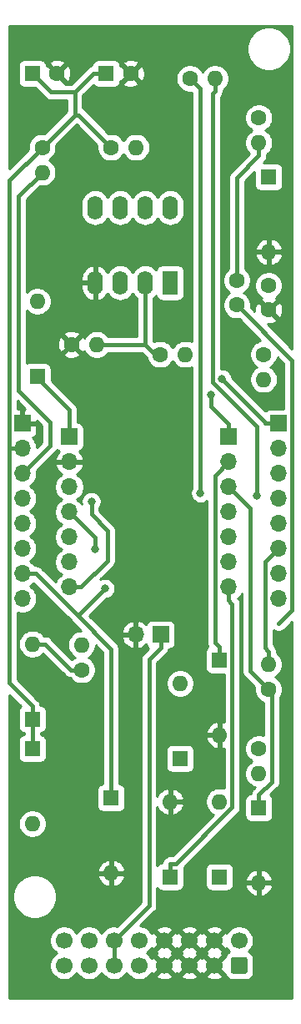
<source format=gbr>
%TF.GenerationSoftware,KiCad,Pcbnew,(5.1.6)-1*%
%TF.CreationDate,2021-08-09T18:11:52+02:00*%
%TF.ProjectId,4ch_Sampler_main,3463685f-5361-46d7-906c-65725f6d6169,rev?*%
%TF.SameCoordinates,Original*%
%TF.FileFunction,Copper,L1,Top*%
%TF.FilePolarity,Positive*%
%FSLAX46Y46*%
G04 Gerber Fmt 4.6, Leading zero omitted, Abs format (unit mm)*
G04 Created by KiCad (PCBNEW (5.1.6)-1) date 2021-08-09 18:11:52*
%MOMM*%
%LPD*%
G01*
G04 APERTURE LIST*
%TA.AperFunction,ComponentPad*%
%ADD10O,1.700000X1.700000*%
%TD*%
%TA.AperFunction,ComponentPad*%
%ADD11R,1.700000X1.700000*%
%TD*%
%TA.AperFunction,ComponentPad*%
%ADD12O,1.600000X2.400000*%
%TD*%
%TA.AperFunction,ComponentPad*%
%ADD13R,1.600000X2.400000*%
%TD*%
%TA.AperFunction,ComponentPad*%
%ADD14O,1.600000X1.600000*%
%TD*%
%TA.AperFunction,ComponentPad*%
%ADD15C,1.600000*%
%TD*%
%TA.AperFunction,ComponentPad*%
%ADD16C,1.700000*%
%TD*%
%TA.AperFunction,ComponentPad*%
%ADD17R,1.600000X1.600000*%
%TD*%
%TA.AperFunction,ViaPad*%
%ADD18C,0.800000*%
%TD*%
%TA.AperFunction,Conductor*%
%ADD19C,0.400000*%
%TD*%
%TA.AperFunction,Conductor*%
%ADD20C,0.254000*%
%TD*%
G04 APERTURE END LIST*
D10*
%TO.P,Xiao1,7*%
%TO.N,Net-(D12-Pad1)*%
X123925000Y-97615000D03*
%TO.P,Xiao1,6*%
%TO.N,Net-(Brd1-Pad3)*%
X123925000Y-95075000D03*
%TO.P,Xiao1,5*%
%TO.N,Net-(Brd1-Pad4)*%
X123925000Y-92535000D03*
%TO.P,Xiao1,4*%
%TO.N,Net-(D10-Pad2)*%
X123925000Y-89995000D03*
%TO.P,Xiao1,3*%
%TO.N,Net-(D6-Pad1)*%
X123925000Y-87455000D03*
%TO.P,Xiao1,2*%
%TO.N,Net-(D3-Pad1)*%
X123925000Y-84915000D03*
D11*
%TO.P,Xiao1,1*%
%TO.N,Net-(R3-Pad2)*%
X123925000Y-82375000D03*
%TD*%
D10*
%TO.P,Xiao2,7*%
%TO.N,TOUCH_SENSOR1*%
X107750000Y-97615000D03*
%TO.P,Xiao2,6*%
%TO.N,TOUCH_SENSOR2*%
X107750000Y-95075000D03*
%TO.P,Xiao2,5*%
%TO.N,TOUCH_SENSOR3*%
X107750000Y-92535000D03*
%TO.P,Xiao2,4*%
%TO.N,Net-(SW1-Pad2)*%
X107750000Y-89995000D03*
%TO.P,Xiao2,3*%
%TO.N,3.3V*%
X107750000Y-87455000D03*
%TO.P,Xiao2,2*%
%TO.N,GND*%
X107750000Y-84915000D03*
D11*
%TO.P,Xiao2,1*%
%TO.N,5V*%
X107750000Y-82375000D03*
%TD*%
D10*
%TO.P,Conn2,8*%
%TO.N,Net-(J4-PadT)*%
X129000000Y-98780000D03*
%TO.P,Conn2,7*%
%TO.N,Net-(J3-PadT)*%
X129000000Y-96240000D03*
%TO.P,Conn2,6*%
%TO.N,Net-(J2-PadT)*%
X129000000Y-93700000D03*
%TO.P,Conn2,5*%
%TO.N,Net-(J1-PadT)*%
X129000000Y-91160000D03*
%TO.P,Conn2,4*%
%TO.N,Net-(SW1-Pad2)*%
X129000000Y-88620000D03*
%TO.P,Conn2,3*%
%TO.N,TOUCH_SENSOR3*%
X129000000Y-86080000D03*
%TO.P,Conn2,2*%
%TO.N,TOUCH_SENSOR2*%
X129000000Y-83540000D03*
D11*
%TO.P,Conn2,1*%
%TO.N,TOUCH_SENSOR1*%
X129000000Y-81000000D03*
%TD*%
D10*
%TO.P,Conn1,8*%
%TO.N,Net-(D12-Pad1)*%
X103000000Y-98780000D03*
%TO.P,Conn1,7*%
%TO.N,Net-(D10-Pad2)*%
X103000000Y-96240000D03*
%TO.P,Conn1,6*%
%TO.N,Net-(D6-Pad1)*%
X103000000Y-93700000D03*
%TO.P,Conn1,5*%
%TO.N,Net-(D3-Pad1)*%
X103000000Y-91160000D03*
%TO.P,Conn1,4*%
%TO.N,Net-(Brd1-Pad4)*%
X103000000Y-88620000D03*
%TO.P,Conn1,3*%
%TO.N,Net-(Brd1-Pad3)*%
X103000000Y-86080000D03*
%TO.P,Conn1,2*%
%TO.N,3.3V*%
X103000000Y-83540000D03*
D11*
%TO.P,Conn1,1*%
%TO.N,GND*%
X103000000Y-81000000D03*
%TD*%
D10*
%TO.P,Xiao3,2*%
%TO.N,GND*%
X114485000Y-102425000D03*
D11*
%TO.P,Xiao3,1*%
%TO.N,VIN*%
X117025000Y-102425000D03*
%TD*%
D12*
%TO.P,U2,8*%
%TO.N,5V*%
X118000000Y-59130000D03*
%TO.P,U2,4*%
%TO.N,GND*%
X110380000Y-66750000D03*
%TO.P,U2,7*%
%TO.N,N/C*%
X115460000Y-59130000D03*
%TO.P,U2,3*%
%TO.N,Net-(C3-Pad1)*%
X112920000Y-66750000D03*
%TO.P,U2,6*%
%TO.N,N/C*%
X112920000Y-59130000D03*
%TO.P,U2,2*%
%TO.N,Net-(R4-Pad1)*%
X115460000Y-66750000D03*
%TO.P,U2,5*%
%TO.N,N/C*%
X110380000Y-59130000D03*
D13*
%TO.P,U2,1*%
%TO.N,Net-(D1-Pad1)*%
X118000000Y-66750000D03*
%TD*%
D14*
%TO.P,R10,2*%
%TO.N,Net-(J4-PadT)*%
X109000000Y-103460000D03*
D15*
%TO.P,R10,1*%
%TO.N,Net-(D12-Pad1)*%
X109000000Y-106000000D03*
%TD*%
D14*
%TO.P,R9,2*%
%TO.N,Net-(J3-PadT)*%
X122540000Y-46000000D03*
D15*
%TO.P,R9,1*%
%TO.N,Net-(D10-Pad2)*%
X120000000Y-46000000D03*
%TD*%
D14*
%TO.P,R8,2*%
%TO.N,Net-(J2-PadT)*%
X128000000Y-105460000D03*
D15*
%TO.P,R8,1*%
%TO.N,Net-(D6-Pad1)*%
X128000000Y-108000000D03*
%TD*%
D14*
%TO.P,R7,2*%
%TO.N,Net-(J1-PadT)*%
X127000000Y-116540000D03*
D15*
%TO.P,R7,1*%
%TO.N,Net-(D3-Pad1)*%
X127000000Y-114000000D03*
%TD*%
D14*
%TO.P,R6,2*%
%TO.N,Net-(C4-Pad2)*%
X127000000Y-52540000D03*
D15*
%TO.P,R6,1*%
%TO.N,Net-(D1-Pad1)*%
X127000000Y-50000000D03*
%TD*%
D14*
%TO.P,R5,2*%
%TO.N,Net-(R4-Pad1)*%
X110540000Y-73000000D03*
D15*
%TO.P,R5,1*%
%TO.N,GND*%
X108000000Y-73000000D03*
%TD*%
D14*
%TO.P,R4,2*%
%TO.N,Net-(D1-Pad1)*%
X119540000Y-74000000D03*
D15*
%TO.P,R4,1*%
%TO.N,Net-(R4-Pad1)*%
X117000000Y-74000000D03*
%TD*%
D14*
%TO.P,R3,2*%
%TO.N,Net-(R3-Pad2)*%
X127500000Y-76540000D03*
D15*
%TO.P,R3,1*%
%TO.N,Net-(C3-Pad1)*%
X127500000Y-74000000D03*
%TD*%
D14*
%TO.P,R2,2*%
%TO.N,Net-(Brd1-Pad3)*%
X105000000Y-55540000D03*
D15*
%TO.P,R2,1*%
%TO.N,3.3V*%
X105000000Y-53000000D03*
%TD*%
D14*
%TO.P,R1,2*%
%TO.N,Net-(Brd1-Pad4)*%
X114540000Y-53000000D03*
D15*
%TO.P,R1,1*%
%TO.N,3.3V*%
X112000000Y-53000000D03*
%TD*%
D16*
%TO.P,J6,16*%
%TO.N,Net-(J6-Pad16)*%
X107220000Y-133460000D03*
%TO.P,J6,14*%
%TO.N,Net-(J6-Pad14)*%
X109760000Y-133460000D03*
%TO.P,J6,12*%
%TO.N,VIN*%
X112300000Y-133460000D03*
%TO.P,J6,10*%
%TO.N,Net-(J6-Pad10)*%
X114840000Y-133460000D03*
%TO.P,J6,8*%
%TO.N,GND*%
X117380000Y-133460000D03*
%TO.P,J6,6*%
X119920000Y-133460000D03*
%TO.P,J6,4*%
X122460000Y-133460000D03*
%TO.P,J6,2*%
%TO.N,Net-(J6-Pad2)*%
X125000000Y-133460000D03*
%TO.P,J6,15*%
%TO.N,Net-(J6-Pad15)*%
X107220000Y-136000000D03*
%TO.P,J6,13*%
%TO.N,Net-(J6-Pad13)*%
X109760000Y-136000000D03*
%TO.P,J6,11*%
%TO.N,VIN*%
X112300000Y-136000000D03*
%TO.P,J6,9*%
%TO.N,Net-(J6-Pad9)*%
X114840000Y-136000000D03*
%TO.P,J6,7*%
%TO.N,GND*%
X117380000Y-136000000D03*
%TO.P,J6,5*%
X119920000Y-136000000D03*
%TO.P,J6,3*%
X122460000Y-136000000D03*
%TO.P,J6,1*%
%TO.N,Net-(J6-Pad1)*%
%TA.AperFunction,ComponentPad*%
G36*
G01*
X125600000Y-136850000D02*
X124400000Y-136850000D01*
G75*
G02*
X124150000Y-136600000I0J250000D01*
G01*
X124150000Y-135400000D01*
G75*
G02*
X124400000Y-135150000I250000J0D01*
G01*
X125600000Y-135150000D01*
G75*
G02*
X125850000Y-135400000I0J-250000D01*
G01*
X125850000Y-136600000D01*
G75*
G02*
X125600000Y-136850000I-250000J0D01*
G01*
G37*
%TD.AperFunction*%
%TD*%
D14*
%TO.P,D13,2*%
%TO.N,Net-(D12-Pad1)*%
X104000000Y-103380000D03*
D17*
%TO.P,D13,1*%
%TO.N,3.3V*%
X104000000Y-111000000D03*
%TD*%
D14*
%TO.P,D12,2*%
%TO.N,GND*%
X118000000Y-119380000D03*
D17*
%TO.P,D12,1*%
%TO.N,Net-(D12-Pad1)*%
X118000000Y-127000000D03*
%TD*%
D14*
%TO.P,D10,2*%
%TO.N,Net-(D10-Pad2)*%
X104000000Y-121620000D03*
D17*
%TO.P,D10,1*%
%TO.N,3.3V*%
X104000000Y-114000000D03*
%TD*%
D14*
%TO.P,D9,2*%
%TO.N,GND*%
X112000000Y-126620000D03*
D17*
%TO.P,D9,1*%
%TO.N,Net-(D10-Pad2)*%
X112000000Y-119000000D03*
%TD*%
D14*
%TO.P,D7,2*%
%TO.N,Net-(D6-Pad1)*%
X123000000Y-119380000D03*
D17*
%TO.P,D7,1*%
%TO.N,3.3V*%
X123000000Y-127000000D03*
%TD*%
D14*
%TO.P,D6,2*%
%TO.N,GND*%
X127000000Y-127620000D03*
D17*
%TO.P,D6,1*%
%TO.N,Net-(D6-Pad1)*%
X127000000Y-120000000D03*
%TD*%
D14*
%TO.P,D4,2*%
%TO.N,Net-(D3-Pad1)*%
X119000000Y-107380000D03*
D17*
%TO.P,D4,1*%
%TO.N,3.3V*%
X119000000Y-115000000D03*
%TD*%
D14*
%TO.P,D3,2*%
%TO.N,GND*%
X123000000Y-112620000D03*
D17*
%TO.P,D3,1*%
%TO.N,Net-(D3-Pad1)*%
X123000000Y-105000000D03*
%TD*%
D14*
%TO.P,D2,2*%
%TO.N,Net-(D1-Pad1)*%
X104500000Y-68630000D03*
D17*
%TO.P,D2,1*%
%TO.N,5V*%
X104500000Y-76250000D03*
%TD*%
D14*
%TO.P,D1,2*%
%TO.N,GND*%
X128000000Y-63620000D03*
D17*
%TO.P,D1,1*%
%TO.N,Net-(D1-Pad1)*%
X128000000Y-56000000D03*
%TD*%
D15*
%TO.P,C4,2*%
%TO.N,Net-(C4-Pad2)*%
X124750000Y-66500000D03*
%TO.P,C4,1*%
%TO.N,Net-(C4-Pad1)*%
X124750000Y-69000000D03*
%TD*%
%TO.P,C3,2*%
%TO.N,GND*%
X128000000Y-69500000D03*
%TO.P,C3,1*%
%TO.N,Net-(C3-Pad1)*%
X128000000Y-67000000D03*
%TD*%
%TO.P,C2,2*%
%TO.N,GND*%
X106500000Y-45500000D03*
D17*
%TO.P,C2,1*%
%TO.N,3.3V*%
X104000000Y-45500000D03*
%TD*%
D15*
%TO.P,C1,2*%
%TO.N,GND*%
X114000000Y-45500000D03*
D17*
%TO.P,C1,1*%
%TO.N,3.3V*%
X111500000Y-45500000D03*
%TD*%
D18*
%TO.N,Net-(D10-Pad2)*%
X121070800Y-88072300D03*
X111378500Y-97764600D03*
%TO.N,Net-(J3-PadT)*%
X126771200Y-88375500D03*
%TO.N,Net-(R3-Pad2)*%
X122169200Y-78091100D03*
%TO.N,Net-(SW1-Pad2)*%
X110347500Y-93747500D03*
%TO.N,TOUCH_SENSOR1*%
X123228800Y-76484900D03*
X110002898Y-88925400D03*
%TD*%
D19*
%TO.N,3.3V*%
X111500000Y-45500000D02*
X110199700Y-45500000D01*
X110199700Y-45500000D02*
X108299700Y-47400000D01*
X105900000Y-47400000D02*
X104000000Y-45500000D01*
X108299700Y-47400000D02*
X105900000Y-47400000D01*
X108299700Y-49697500D02*
X108301100Y-49698900D01*
X108299700Y-47400000D02*
X108299700Y-49697500D01*
X108698900Y-49698900D02*
X108301100Y-49698900D01*
X112000000Y-53000000D02*
X108698900Y-49698900D01*
X108301100Y-49698900D02*
X105000000Y-53000000D01*
X104000000Y-114000000D02*
X104000000Y-111000000D01*
X103000000Y-83540000D02*
X101649700Y-83540000D01*
X101649700Y-107349400D02*
X101649700Y-83540000D01*
X104000000Y-109699700D02*
X101649700Y-107349400D01*
X101649700Y-56350300D02*
X105000000Y-53000000D01*
X101649700Y-83540000D02*
X101649700Y-56350300D01*
X104000000Y-111000000D02*
X104000000Y-109699700D01*
%TO.N,Net-(Brd1-Pad3)*%
X102590600Y-77647800D02*
X102590600Y-57949400D01*
X105800400Y-80857600D02*
X102590600Y-77647800D01*
X105800400Y-83279600D02*
X105800400Y-80857600D01*
X102590600Y-57949400D02*
X105000000Y-55540000D01*
X103000000Y-86080000D02*
X105800400Y-83279600D01*
%TO.N,Net-(C4-Pad2)*%
X124750000Y-56090300D02*
X124750000Y-66500000D01*
X127000000Y-53840300D02*
X124750000Y-56090300D01*
X127000000Y-52540000D02*
X127000000Y-53840300D01*
%TO.N,Net-(C4-Pad1)*%
X130358400Y-99961600D02*
X129000000Y-101320000D01*
X130358400Y-74608400D02*
X130358400Y-99961600D01*
X124750000Y-69000000D02*
X130358400Y-74608400D01*
%TO.N,5V*%
X104500000Y-76250000D02*
X104500000Y-76382200D01*
X107750000Y-79632200D02*
X107750000Y-82375000D01*
X104500000Y-76382200D02*
X107750000Y-79632200D01*
%TO.N,Net-(D3-Pad1)*%
X122566600Y-86273400D02*
X123925000Y-84915000D01*
X122566600Y-103266300D02*
X122566600Y-86273400D01*
X123000000Y-103699700D02*
X122566600Y-103266300D01*
X123000000Y-105000000D02*
X123000000Y-103699700D01*
%TO.N,Net-(D6-Pad1)*%
X126105300Y-89635300D02*
X123925000Y-87455000D01*
X126105300Y-106105300D02*
X126105300Y-89635300D01*
X128000000Y-108000000D02*
X126105300Y-106105300D01*
X128308000Y-108308000D02*
X128000000Y-108000000D01*
X128308000Y-117391700D02*
X128308000Y-108308000D01*
X127000000Y-118699700D02*
X128308000Y-117391700D01*
X127000000Y-120000000D02*
X127000000Y-118699700D01*
%TO.N,Net-(D10-Pad2)*%
X103000000Y-96240000D02*
X104350300Y-96240000D01*
X121003500Y-47003500D02*
X120000000Y-46000000D01*
X121003500Y-88072300D02*
X121003500Y-47003500D01*
X121003500Y-88072300D02*
X121070800Y-88072300D01*
X112000000Y-103889700D02*
X108593100Y-100482700D01*
X112000000Y-119000000D02*
X112000000Y-103889700D01*
X108593100Y-100482700D02*
X104350300Y-96240000D01*
X108660400Y-100482700D02*
X111378500Y-97764600D01*
X108593100Y-100482700D02*
X108660400Y-100482700D01*
%TO.N,Net-(D12-Pad1)*%
X107920300Y-106000000D02*
X105300300Y-103380000D01*
X109000000Y-106000000D02*
X107920300Y-106000000D01*
X104000000Y-103380000D02*
X105300300Y-103380000D01*
X124300400Y-99340700D02*
X123925000Y-98965300D01*
X124300400Y-119968200D02*
X124300400Y-99340700D01*
X118568900Y-125699700D02*
X124300400Y-119968200D01*
X118000000Y-125699700D02*
X118568900Y-125699700D01*
X118000000Y-127000000D02*
X118000000Y-125699700D01*
X123925000Y-97615000D02*
X123925000Y-98965300D01*
%TO.N,Net-(J2-PadT)*%
X127629500Y-103789200D02*
X128000000Y-104159700D01*
X127629500Y-95070500D02*
X127629500Y-103789200D01*
X129000000Y-93700000D02*
X127629500Y-95070500D01*
X128000000Y-105460000D02*
X128000000Y-104159700D01*
%TO.N,Net-(J3-PadT)*%
X126771200Y-81307800D02*
X126771200Y-88375500D01*
X122310600Y-76847200D02*
X126771200Y-81307800D01*
X122310600Y-47529700D02*
X122310600Y-76847200D01*
X122540000Y-47300300D02*
X122310600Y-47529700D01*
X122540000Y-46000000D02*
X122540000Y-47300300D01*
%TO.N,VIN*%
X117025000Y-102425000D02*
X117025000Y-103775300D01*
X112300000Y-136000000D02*
X112300000Y-133460000D01*
X115835400Y-104964900D02*
X117025000Y-103775300D01*
X115835400Y-129924600D02*
X115835400Y-104964900D01*
X112300000Y-133460000D02*
X115835400Y-129924600D01*
%TO.N,Net-(R3-Pad2)*%
X122169200Y-79268900D02*
X123925000Y-81024700D01*
X122169200Y-78091100D02*
X122169200Y-79268900D01*
X123925000Y-82375000D02*
X123925000Y-81024700D01*
%TO.N,Net-(R4-Pad1)*%
X110540000Y-73000000D02*
X111840300Y-73000000D01*
X115460000Y-73000000D02*
X111840300Y-73000000D01*
X116460000Y-74000000D02*
X115460000Y-73000000D01*
X117000000Y-74000000D02*
X116460000Y-74000000D01*
X115460000Y-73000000D02*
X115460000Y-66750000D01*
%TO.N,Net-(SW1-Pad2)*%
X110347500Y-92592500D02*
X110347500Y-93747500D01*
X107750000Y-89995000D02*
X110347500Y-92592500D01*
%TO.N,TOUCH_SENSOR1*%
X129000000Y-81000000D02*
X127649700Y-81000000D01*
X127649700Y-80905800D02*
X123228800Y-76484900D01*
X127649700Y-81000000D02*
X127649700Y-80905800D01*
X110002898Y-88925400D02*
X110002898Y-90241698D01*
X110002898Y-90241698D02*
X111658400Y-91897200D01*
X108952081Y-97615000D02*
X107750000Y-97615000D01*
X111658400Y-94908681D02*
X108952081Y-97615000D01*
X111658400Y-91897200D02*
X111658400Y-94908681D01*
%TD*%
D20*
%TO.N,GND*%
G36*
X130340001Y-73409133D02*
G01*
X127860744Y-70929877D01*
X128070512Y-70940217D01*
X128350130Y-70898787D01*
X128616292Y-70803603D01*
X128741514Y-70736671D01*
X128813097Y-70492702D01*
X128000000Y-69679605D01*
X127985858Y-69693748D01*
X127806253Y-69514143D01*
X127820395Y-69500000D01*
X128179605Y-69500000D01*
X128992702Y-70313097D01*
X129236671Y-70241514D01*
X129357571Y-69986004D01*
X129426300Y-69711816D01*
X129440217Y-69429488D01*
X129398787Y-69149870D01*
X129303603Y-68883708D01*
X129236671Y-68758486D01*
X128992702Y-68686903D01*
X128179605Y-69500000D01*
X127820395Y-69500000D01*
X127007298Y-68686903D01*
X126763329Y-68758486D01*
X126642429Y-69013996D01*
X126573700Y-69288184D01*
X126559783Y-69570512D01*
X126569942Y-69639074D01*
X126166285Y-69235418D01*
X126185000Y-69141335D01*
X126185000Y-68858665D01*
X126129853Y-68581426D01*
X126021680Y-68320273D01*
X125864637Y-68085241D01*
X125664759Y-67885363D01*
X125462173Y-67750000D01*
X125664759Y-67614637D01*
X125864637Y-67414759D01*
X126021680Y-67179727D01*
X126129853Y-66918574D01*
X126141769Y-66858665D01*
X126565000Y-66858665D01*
X126565000Y-67141335D01*
X126620147Y-67418574D01*
X126728320Y-67679727D01*
X126885363Y-67914759D01*
X127085241Y-68114637D01*
X127285869Y-68248692D01*
X127258486Y-68263329D01*
X127186903Y-68507298D01*
X128000000Y-69320395D01*
X128813097Y-68507298D01*
X128741514Y-68263329D01*
X128712659Y-68249676D01*
X128914759Y-68114637D01*
X129114637Y-67914759D01*
X129271680Y-67679727D01*
X129379853Y-67418574D01*
X129435000Y-67141335D01*
X129435000Y-66858665D01*
X129379853Y-66581426D01*
X129271680Y-66320273D01*
X129114637Y-66085241D01*
X128914759Y-65885363D01*
X128679727Y-65728320D01*
X128418574Y-65620147D01*
X128141335Y-65565000D01*
X127858665Y-65565000D01*
X127581426Y-65620147D01*
X127320273Y-65728320D01*
X127085241Y-65885363D01*
X126885363Y-66085241D01*
X126728320Y-66320273D01*
X126620147Y-66581426D01*
X126565000Y-66858665D01*
X126141769Y-66858665D01*
X126185000Y-66641335D01*
X126185000Y-66358665D01*
X126129853Y-66081426D01*
X126021680Y-65820273D01*
X125864637Y-65585241D01*
X125664759Y-65385363D01*
X125585000Y-65332070D01*
X125585000Y-63969040D01*
X126608091Y-63969040D01*
X126702930Y-64233881D01*
X126847615Y-64475131D01*
X127036586Y-64683519D01*
X127262580Y-64851037D01*
X127516913Y-64971246D01*
X127650961Y-65011904D01*
X127873000Y-64889915D01*
X127873000Y-63747000D01*
X128127000Y-63747000D01*
X128127000Y-64889915D01*
X128349039Y-65011904D01*
X128483087Y-64971246D01*
X128737420Y-64851037D01*
X128963414Y-64683519D01*
X129152385Y-64475131D01*
X129297070Y-64233881D01*
X129391909Y-63969040D01*
X129270624Y-63747000D01*
X128127000Y-63747000D01*
X127873000Y-63747000D01*
X126729376Y-63747000D01*
X126608091Y-63969040D01*
X125585000Y-63969040D01*
X125585000Y-63270960D01*
X126608091Y-63270960D01*
X126729376Y-63493000D01*
X127873000Y-63493000D01*
X127873000Y-62350085D01*
X128127000Y-62350085D01*
X128127000Y-63493000D01*
X129270624Y-63493000D01*
X129391909Y-63270960D01*
X129297070Y-63006119D01*
X129152385Y-62764869D01*
X128963414Y-62556481D01*
X128737420Y-62388963D01*
X128483087Y-62268754D01*
X128349039Y-62228096D01*
X128127000Y-62350085D01*
X127873000Y-62350085D01*
X127650961Y-62228096D01*
X127516913Y-62268754D01*
X127262580Y-62388963D01*
X127036586Y-62556481D01*
X126847615Y-62764869D01*
X126702930Y-63006119D01*
X126608091Y-63270960D01*
X125585000Y-63270960D01*
X125585000Y-56436167D01*
X126561928Y-55459240D01*
X126561928Y-56800000D01*
X126574188Y-56924482D01*
X126610498Y-57044180D01*
X126669463Y-57154494D01*
X126748815Y-57251185D01*
X126845506Y-57330537D01*
X126955820Y-57389502D01*
X127075518Y-57425812D01*
X127200000Y-57438072D01*
X128800000Y-57438072D01*
X128924482Y-57425812D01*
X129044180Y-57389502D01*
X129154494Y-57330537D01*
X129251185Y-57251185D01*
X129330537Y-57154494D01*
X129389502Y-57044180D01*
X129425812Y-56924482D01*
X129438072Y-56800000D01*
X129438072Y-55200000D01*
X129425812Y-55075518D01*
X129389502Y-54955820D01*
X129330537Y-54845506D01*
X129251185Y-54748815D01*
X129154494Y-54669463D01*
X129044180Y-54610498D01*
X128924482Y-54574188D01*
X128800000Y-54561928D01*
X127459241Y-54561928D01*
X127561432Y-54459737D01*
X127593291Y-54433591D01*
X127697636Y-54306446D01*
X127775172Y-54161387D01*
X127822918Y-54003989D01*
X127835000Y-53881319D01*
X127835000Y-53881318D01*
X127839040Y-53840300D01*
X127835000Y-53799282D01*
X127835000Y-53707930D01*
X127914759Y-53654637D01*
X128114637Y-53454759D01*
X128271680Y-53219727D01*
X128379853Y-52958574D01*
X128435000Y-52681335D01*
X128435000Y-52398665D01*
X128379853Y-52121426D01*
X128271680Y-51860273D01*
X128114637Y-51625241D01*
X127914759Y-51425363D01*
X127682241Y-51270000D01*
X127914759Y-51114637D01*
X128114637Y-50914759D01*
X128271680Y-50679727D01*
X128379853Y-50418574D01*
X128435000Y-50141335D01*
X128435000Y-49858665D01*
X128379853Y-49581426D01*
X128271680Y-49320273D01*
X128114637Y-49085241D01*
X127914759Y-48885363D01*
X127679727Y-48728320D01*
X127418574Y-48620147D01*
X127141335Y-48565000D01*
X126858665Y-48565000D01*
X126581426Y-48620147D01*
X126320273Y-48728320D01*
X126085241Y-48885363D01*
X125885363Y-49085241D01*
X125728320Y-49320273D01*
X125620147Y-49581426D01*
X125565000Y-49858665D01*
X125565000Y-50141335D01*
X125620147Y-50418574D01*
X125728320Y-50679727D01*
X125885363Y-50914759D01*
X126085241Y-51114637D01*
X126317759Y-51270000D01*
X126085241Y-51425363D01*
X125885363Y-51625241D01*
X125728320Y-51860273D01*
X125620147Y-52121426D01*
X125565000Y-52398665D01*
X125565000Y-52681335D01*
X125620147Y-52958574D01*
X125728320Y-53219727D01*
X125885363Y-53454759D01*
X126045018Y-53614414D01*
X124188579Y-55470854D01*
X124156709Y-55497009D01*
X124052365Y-55624154D01*
X124052364Y-55624155D01*
X123974828Y-55769214D01*
X123927082Y-55926612D01*
X123910960Y-56090300D01*
X123915000Y-56131319D01*
X123915001Y-65332069D01*
X123835241Y-65385363D01*
X123635363Y-65585241D01*
X123478320Y-65820273D01*
X123370147Y-66081426D01*
X123315000Y-66358665D01*
X123315000Y-66641335D01*
X123370147Y-66918574D01*
X123478320Y-67179727D01*
X123635363Y-67414759D01*
X123835241Y-67614637D01*
X124037827Y-67750000D01*
X123835241Y-67885363D01*
X123635363Y-68085241D01*
X123478320Y-68320273D01*
X123370147Y-68581426D01*
X123315000Y-68858665D01*
X123315000Y-69141335D01*
X123370147Y-69418574D01*
X123478320Y-69679727D01*
X123635363Y-69914759D01*
X123835241Y-70114637D01*
X124070273Y-70271680D01*
X124331426Y-70379853D01*
X124608665Y-70435000D01*
X124891335Y-70435000D01*
X124985418Y-70416285D01*
X127171385Y-72602253D01*
X127081426Y-72620147D01*
X126820273Y-72728320D01*
X126585241Y-72885363D01*
X126385363Y-73085241D01*
X126228320Y-73320273D01*
X126120147Y-73581426D01*
X126065000Y-73858665D01*
X126065000Y-74141335D01*
X126120147Y-74418574D01*
X126228320Y-74679727D01*
X126385363Y-74914759D01*
X126585241Y-75114637D01*
X126817759Y-75270000D01*
X126585241Y-75425363D01*
X126385363Y-75625241D01*
X126228320Y-75860273D01*
X126120147Y-76121426D01*
X126065000Y-76398665D01*
X126065000Y-76681335D01*
X126120147Y-76958574D01*
X126228320Y-77219727D01*
X126385363Y-77454759D01*
X126585241Y-77654637D01*
X126820273Y-77811680D01*
X127081426Y-77919853D01*
X127358665Y-77975000D01*
X127641335Y-77975000D01*
X127918574Y-77919853D01*
X128179727Y-77811680D01*
X128414759Y-77654637D01*
X128614637Y-77454759D01*
X128771680Y-77219727D01*
X128879853Y-76958574D01*
X128935000Y-76681335D01*
X128935000Y-76398665D01*
X128879853Y-76121426D01*
X128771680Y-75860273D01*
X128614637Y-75625241D01*
X128414759Y-75425363D01*
X128182241Y-75270000D01*
X128414759Y-75114637D01*
X128614637Y-74914759D01*
X128771680Y-74679727D01*
X128879853Y-74418574D01*
X128897747Y-74328615D01*
X129523400Y-74954268D01*
X129523400Y-79511928D01*
X128150000Y-79511928D01*
X128025518Y-79524188D01*
X127905820Y-79560498D01*
X127795506Y-79619463D01*
X127698815Y-79698815D01*
X127664904Y-79740136D01*
X124252893Y-76328125D01*
X124224026Y-76183002D01*
X124146005Y-75994644D01*
X124032737Y-75825126D01*
X123888574Y-75680963D01*
X123719056Y-75567695D01*
X123530698Y-75489674D01*
X123330739Y-75449900D01*
X123145600Y-75449900D01*
X123145600Y-47878592D01*
X123237636Y-47766446D01*
X123315172Y-47621387D01*
X123362918Y-47463989D01*
X123375000Y-47341319D01*
X123375000Y-47341318D01*
X123379040Y-47300300D01*
X123375000Y-47259282D01*
X123375000Y-47167930D01*
X123454759Y-47114637D01*
X123654637Y-46914759D01*
X123811680Y-46679727D01*
X123919853Y-46418574D01*
X123975000Y-46141335D01*
X123975000Y-45858665D01*
X123919853Y-45581426D01*
X123811680Y-45320273D01*
X123654637Y-45085241D01*
X123454759Y-44885363D01*
X123219727Y-44728320D01*
X122958574Y-44620147D01*
X122681335Y-44565000D01*
X122398665Y-44565000D01*
X122121426Y-44620147D01*
X121860273Y-44728320D01*
X121625241Y-44885363D01*
X121425363Y-45085241D01*
X121270000Y-45317759D01*
X121114637Y-45085241D01*
X120914759Y-44885363D01*
X120679727Y-44728320D01*
X120418574Y-44620147D01*
X120141335Y-44565000D01*
X119858665Y-44565000D01*
X119581426Y-44620147D01*
X119320273Y-44728320D01*
X119085241Y-44885363D01*
X118885363Y-45085241D01*
X118728320Y-45320273D01*
X118620147Y-45581426D01*
X118565000Y-45858665D01*
X118565000Y-46141335D01*
X118620147Y-46418574D01*
X118728320Y-46679727D01*
X118885363Y-46914759D01*
X119085241Y-47114637D01*
X119320273Y-47271680D01*
X119581426Y-47379853D01*
X119858665Y-47435000D01*
X120141335Y-47435000D01*
X120168501Y-47429596D01*
X120168500Y-72707101D01*
X119958574Y-72620147D01*
X119681335Y-72565000D01*
X119398665Y-72565000D01*
X119121426Y-72620147D01*
X118860273Y-72728320D01*
X118625241Y-72885363D01*
X118425363Y-73085241D01*
X118270000Y-73317759D01*
X118114637Y-73085241D01*
X117914759Y-72885363D01*
X117679727Y-72728320D01*
X117418574Y-72620147D01*
X117141335Y-72565000D01*
X116858665Y-72565000D01*
X116581426Y-72620147D01*
X116354861Y-72713993D01*
X116295000Y-72654132D01*
X116295000Y-68321112D01*
X116479608Y-68169608D01*
X116572419Y-68056518D01*
X116574188Y-68074482D01*
X116610498Y-68194180D01*
X116669463Y-68304494D01*
X116748815Y-68401185D01*
X116845506Y-68480537D01*
X116955820Y-68539502D01*
X117075518Y-68575812D01*
X117200000Y-68588072D01*
X118800000Y-68588072D01*
X118924482Y-68575812D01*
X119044180Y-68539502D01*
X119154494Y-68480537D01*
X119251185Y-68401185D01*
X119330537Y-68304494D01*
X119389502Y-68194180D01*
X119425812Y-68074482D01*
X119438072Y-67950000D01*
X119438072Y-65550000D01*
X119425812Y-65425518D01*
X119389502Y-65305820D01*
X119330537Y-65195506D01*
X119251185Y-65098815D01*
X119154494Y-65019463D01*
X119044180Y-64960498D01*
X118924482Y-64924188D01*
X118800000Y-64911928D01*
X117200000Y-64911928D01*
X117075518Y-64924188D01*
X116955820Y-64960498D01*
X116845506Y-65019463D01*
X116748815Y-65098815D01*
X116669463Y-65195506D01*
X116610498Y-65305820D01*
X116574188Y-65425518D01*
X116572419Y-65443483D01*
X116479607Y-65330392D01*
X116261100Y-65151068D01*
X116011807Y-65017818D01*
X115741308Y-64935764D01*
X115460000Y-64908057D01*
X115178691Y-64935764D01*
X114908192Y-65017818D01*
X114658899Y-65151068D01*
X114440392Y-65330393D01*
X114261068Y-65548900D01*
X114190000Y-65681858D01*
X114118932Y-65548899D01*
X113939607Y-65330392D01*
X113721100Y-65151068D01*
X113471807Y-65017818D01*
X113201308Y-64935764D01*
X112920000Y-64908057D01*
X112638691Y-64935764D01*
X112368192Y-65017818D01*
X112118899Y-65151068D01*
X111900392Y-65330393D01*
X111721068Y-65548900D01*
X111652735Y-65676742D01*
X111502601Y-65447161D01*
X111304895Y-65245500D01*
X111071646Y-65086285D01*
X110811818Y-64975633D01*
X110729039Y-64958096D01*
X110507000Y-65080085D01*
X110507000Y-66623000D01*
X110527000Y-66623000D01*
X110527000Y-66877000D01*
X110507000Y-66877000D01*
X110507000Y-68419915D01*
X110729039Y-68541904D01*
X110811818Y-68524367D01*
X111071646Y-68413715D01*
X111304895Y-68254500D01*
X111502601Y-68052839D01*
X111652735Y-67823259D01*
X111721068Y-67951101D01*
X111900393Y-68169608D01*
X112118900Y-68348932D01*
X112368193Y-68482182D01*
X112638692Y-68564236D01*
X112920000Y-68591943D01*
X113201309Y-68564236D01*
X113471808Y-68482182D01*
X113721101Y-68348932D01*
X113939608Y-68169608D01*
X114118932Y-67951101D01*
X114190000Y-67818142D01*
X114261068Y-67951101D01*
X114440393Y-68169608D01*
X114625001Y-68321112D01*
X114625000Y-72165000D01*
X111707930Y-72165000D01*
X111654637Y-72085241D01*
X111454759Y-71885363D01*
X111219727Y-71728320D01*
X110958574Y-71620147D01*
X110681335Y-71565000D01*
X110398665Y-71565000D01*
X110121426Y-71620147D01*
X109860273Y-71728320D01*
X109625241Y-71885363D01*
X109425363Y-72085241D01*
X109269085Y-72319128D01*
X109236671Y-72258486D01*
X108992702Y-72186903D01*
X108179605Y-73000000D01*
X108992702Y-73813097D01*
X109236671Y-73741514D01*
X109267194Y-73677008D01*
X109268320Y-73679727D01*
X109425363Y-73914759D01*
X109625241Y-74114637D01*
X109860273Y-74271680D01*
X110121426Y-74379853D01*
X110398665Y-74435000D01*
X110681335Y-74435000D01*
X110958574Y-74379853D01*
X111219727Y-74271680D01*
X111454759Y-74114637D01*
X111654637Y-73914759D01*
X111707930Y-73835000D01*
X115114132Y-73835000D01*
X115600889Y-74321757D01*
X115620147Y-74418574D01*
X115728320Y-74679727D01*
X115885363Y-74914759D01*
X116085241Y-75114637D01*
X116320273Y-75271680D01*
X116581426Y-75379853D01*
X116858665Y-75435000D01*
X117141335Y-75435000D01*
X117418574Y-75379853D01*
X117679727Y-75271680D01*
X117914759Y-75114637D01*
X118114637Y-74914759D01*
X118270000Y-74682241D01*
X118425363Y-74914759D01*
X118625241Y-75114637D01*
X118860273Y-75271680D01*
X119121426Y-75379853D01*
X119398665Y-75435000D01*
X119681335Y-75435000D01*
X119958574Y-75379853D01*
X120168500Y-75292899D01*
X120168500Y-87559737D01*
X120153595Y-87582044D01*
X120075574Y-87770402D01*
X120035800Y-87970361D01*
X120035800Y-88174239D01*
X120075574Y-88374198D01*
X120153595Y-88562556D01*
X120266863Y-88732074D01*
X120411026Y-88876237D01*
X120580544Y-88989505D01*
X120768902Y-89067526D01*
X120968861Y-89107300D01*
X121172739Y-89107300D01*
X121372698Y-89067526D01*
X121561056Y-88989505D01*
X121730574Y-88876237D01*
X121731601Y-88875210D01*
X121731600Y-103225281D01*
X121727560Y-103266300D01*
X121731600Y-103307318D01*
X121743682Y-103429988D01*
X121791428Y-103587386D01*
X121838411Y-103675285D01*
X121748815Y-103748815D01*
X121669463Y-103845506D01*
X121610498Y-103955820D01*
X121574188Y-104075518D01*
X121561928Y-104200000D01*
X121561928Y-105800000D01*
X121574188Y-105924482D01*
X121610498Y-106044180D01*
X121669463Y-106154494D01*
X121748815Y-106251185D01*
X121845506Y-106330537D01*
X121955820Y-106389502D01*
X122075518Y-106425812D01*
X122200000Y-106438072D01*
X123465401Y-106438072D01*
X123465400Y-111263389D01*
X123349039Y-111228096D01*
X123127000Y-111350085D01*
X123127000Y-112493000D01*
X123147000Y-112493000D01*
X123147000Y-112747000D01*
X123127000Y-112747000D01*
X123127000Y-113889915D01*
X123349039Y-114011904D01*
X123465400Y-113976611D01*
X123465400Y-118019543D01*
X123418574Y-118000147D01*
X123141335Y-117945000D01*
X122858665Y-117945000D01*
X122581426Y-118000147D01*
X122320273Y-118108320D01*
X122085241Y-118265363D01*
X121885363Y-118465241D01*
X121728320Y-118700273D01*
X121620147Y-118961426D01*
X121565000Y-119238665D01*
X121565000Y-119521335D01*
X121620147Y-119798574D01*
X121728320Y-120059727D01*
X121885363Y-120294759D01*
X122085241Y-120494637D01*
X122320273Y-120651680D01*
X122402141Y-120685591D01*
X118223033Y-124864700D01*
X118041019Y-124864700D01*
X118000000Y-124860660D01*
X117958982Y-124864700D01*
X117958981Y-124864700D01*
X117836311Y-124876782D01*
X117678913Y-124924528D01*
X117533854Y-125002064D01*
X117406709Y-125106409D01*
X117302364Y-125233554D01*
X117224828Y-125378613D01*
X117177082Y-125536011D01*
X117174280Y-125564461D01*
X117075518Y-125574188D01*
X116955820Y-125610498D01*
X116845506Y-125669463D01*
X116748815Y-125748815D01*
X116670400Y-125844364D01*
X116670400Y-119903040D01*
X116702930Y-119993881D01*
X116847615Y-120235131D01*
X117036586Y-120443519D01*
X117262580Y-120611037D01*
X117516913Y-120731246D01*
X117650961Y-120771904D01*
X117873000Y-120649915D01*
X117873000Y-119507000D01*
X118127000Y-119507000D01*
X118127000Y-120649915D01*
X118349039Y-120771904D01*
X118483087Y-120731246D01*
X118737420Y-120611037D01*
X118963414Y-120443519D01*
X119152385Y-120235131D01*
X119297070Y-119993881D01*
X119391909Y-119729040D01*
X119270624Y-119507000D01*
X118127000Y-119507000D01*
X117873000Y-119507000D01*
X117853000Y-119507000D01*
X117853000Y-119253000D01*
X117873000Y-119253000D01*
X117873000Y-118110085D01*
X118127000Y-118110085D01*
X118127000Y-119253000D01*
X119270624Y-119253000D01*
X119391909Y-119030960D01*
X119297070Y-118766119D01*
X119152385Y-118524869D01*
X118963414Y-118316481D01*
X118737420Y-118148963D01*
X118483087Y-118028754D01*
X118349039Y-117988096D01*
X118127000Y-118110085D01*
X117873000Y-118110085D01*
X117650961Y-117988096D01*
X117516913Y-118028754D01*
X117262580Y-118148963D01*
X117036586Y-118316481D01*
X116847615Y-118524869D01*
X116702930Y-118766119D01*
X116670400Y-118856960D01*
X116670400Y-114200000D01*
X117561928Y-114200000D01*
X117561928Y-115800000D01*
X117574188Y-115924482D01*
X117610498Y-116044180D01*
X117669463Y-116154494D01*
X117748815Y-116251185D01*
X117845506Y-116330537D01*
X117955820Y-116389502D01*
X118075518Y-116425812D01*
X118200000Y-116438072D01*
X119800000Y-116438072D01*
X119924482Y-116425812D01*
X120044180Y-116389502D01*
X120154494Y-116330537D01*
X120251185Y-116251185D01*
X120330537Y-116154494D01*
X120389502Y-116044180D01*
X120425812Y-115924482D01*
X120438072Y-115800000D01*
X120438072Y-114200000D01*
X120425812Y-114075518D01*
X120389502Y-113955820D01*
X120330537Y-113845506D01*
X120251185Y-113748815D01*
X120154494Y-113669463D01*
X120044180Y-113610498D01*
X119924482Y-113574188D01*
X119800000Y-113561928D01*
X118200000Y-113561928D01*
X118075518Y-113574188D01*
X117955820Y-113610498D01*
X117845506Y-113669463D01*
X117748815Y-113748815D01*
X117669463Y-113845506D01*
X117610498Y-113955820D01*
X117574188Y-114075518D01*
X117561928Y-114200000D01*
X116670400Y-114200000D01*
X116670400Y-112969040D01*
X121608091Y-112969040D01*
X121702930Y-113233881D01*
X121847615Y-113475131D01*
X122036586Y-113683519D01*
X122262580Y-113851037D01*
X122516913Y-113971246D01*
X122650961Y-114011904D01*
X122873000Y-113889915D01*
X122873000Y-112747000D01*
X121729376Y-112747000D01*
X121608091Y-112969040D01*
X116670400Y-112969040D01*
X116670400Y-112270960D01*
X121608091Y-112270960D01*
X121729376Y-112493000D01*
X122873000Y-112493000D01*
X122873000Y-111350085D01*
X122650961Y-111228096D01*
X122516913Y-111268754D01*
X122262580Y-111388963D01*
X122036586Y-111556481D01*
X121847615Y-111764869D01*
X121702930Y-112006119D01*
X121608091Y-112270960D01*
X116670400Y-112270960D01*
X116670400Y-107238665D01*
X117565000Y-107238665D01*
X117565000Y-107521335D01*
X117620147Y-107798574D01*
X117728320Y-108059727D01*
X117885363Y-108294759D01*
X118085241Y-108494637D01*
X118320273Y-108651680D01*
X118581426Y-108759853D01*
X118858665Y-108815000D01*
X119141335Y-108815000D01*
X119418574Y-108759853D01*
X119679727Y-108651680D01*
X119914759Y-108494637D01*
X120114637Y-108294759D01*
X120271680Y-108059727D01*
X120379853Y-107798574D01*
X120435000Y-107521335D01*
X120435000Y-107238665D01*
X120379853Y-106961426D01*
X120271680Y-106700273D01*
X120114637Y-106465241D01*
X119914759Y-106265363D01*
X119679727Y-106108320D01*
X119418574Y-106000147D01*
X119141335Y-105945000D01*
X118858665Y-105945000D01*
X118581426Y-106000147D01*
X118320273Y-106108320D01*
X118085241Y-106265363D01*
X117885363Y-106465241D01*
X117728320Y-106700273D01*
X117620147Y-106961426D01*
X117565000Y-107238665D01*
X116670400Y-107238665D01*
X116670400Y-105310767D01*
X117586426Y-104394742D01*
X117618291Y-104368591D01*
X117722636Y-104241446D01*
X117800172Y-104096387D01*
X117847918Y-103938989D01*
X117850471Y-103913072D01*
X117875000Y-103913072D01*
X117999482Y-103900812D01*
X118119180Y-103864502D01*
X118229494Y-103805537D01*
X118326185Y-103726185D01*
X118405537Y-103629494D01*
X118464502Y-103519180D01*
X118500812Y-103399482D01*
X118513072Y-103275000D01*
X118513072Y-101575000D01*
X118500812Y-101450518D01*
X118464502Y-101330820D01*
X118405537Y-101220506D01*
X118326185Y-101123815D01*
X118229494Y-101044463D01*
X118119180Y-100985498D01*
X117999482Y-100949188D01*
X117875000Y-100936928D01*
X116175000Y-100936928D01*
X116050518Y-100949188D01*
X115930820Y-100985498D01*
X115820506Y-101044463D01*
X115723815Y-101123815D01*
X115644463Y-101220506D01*
X115585498Y-101330820D01*
X115561034Y-101411466D01*
X115485269Y-101327412D01*
X115251920Y-101153359D01*
X114989099Y-101028175D01*
X114841890Y-100983524D01*
X114612000Y-101104845D01*
X114612000Y-102298000D01*
X114632000Y-102298000D01*
X114632000Y-102552000D01*
X114612000Y-102552000D01*
X114612000Y-103745155D01*
X114841890Y-103866476D01*
X114989099Y-103821825D01*
X115251920Y-103696641D01*
X115485269Y-103522588D01*
X115561034Y-103438534D01*
X115585498Y-103519180D01*
X115644463Y-103629494D01*
X115723815Y-103726185D01*
X115816875Y-103802557D01*
X115273974Y-104345459D01*
X115242110Y-104371609D01*
X115215962Y-104403471D01*
X115137764Y-104498755D01*
X115060228Y-104643814D01*
X115012482Y-104801212D01*
X114996360Y-104964900D01*
X115000401Y-105005929D01*
X115000400Y-129578731D01*
X112577940Y-132001193D01*
X112446260Y-131975000D01*
X112153740Y-131975000D01*
X111866842Y-132032068D01*
X111596589Y-132144010D01*
X111353368Y-132306525D01*
X111146525Y-132513368D01*
X111030000Y-132687760D01*
X110913475Y-132513368D01*
X110706632Y-132306525D01*
X110463411Y-132144010D01*
X110193158Y-132032068D01*
X109906260Y-131975000D01*
X109613740Y-131975000D01*
X109326842Y-132032068D01*
X109056589Y-132144010D01*
X108813368Y-132306525D01*
X108606525Y-132513368D01*
X108490000Y-132687760D01*
X108373475Y-132513368D01*
X108166632Y-132306525D01*
X107923411Y-132144010D01*
X107653158Y-132032068D01*
X107366260Y-131975000D01*
X107073740Y-131975000D01*
X106786842Y-132032068D01*
X106516589Y-132144010D01*
X106273368Y-132306525D01*
X106066525Y-132513368D01*
X105904010Y-132756589D01*
X105792068Y-133026842D01*
X105735000Y-133313740D01*
X105735000Y-133606260D01*
X105792068Y-133893158D01*
X105904010Y-134163411D01*
X106066525Y-134406632D01*
X106273368Y-134613475D01*
X106447760Y-134730000D01*
X106273368Y-134846525D01*
X106066525Y-135053368D01*
X105904010Y-135296589D01*
X105792068Y-135566842D01*
X105735000Y-135853740D01*
X105735000Y-136146260D01*
X105792068Y-136433158D01*
X105904010Y-136703411D01*
X106066525Y-136946632D01*
X106273368Y-137153475D01*
X106516589Y-137315990D01*
X106786842Y-137427932D01*
X107073740Y-137485000D01*
X107366260Y-137485000D01*
X107653158Y-137427932D01*
X107923411Y-137315990D01*
X108166632Y-137153475D01*
X108373475Y-136946632D01*
X108490000Y-136772240D01*
X108606525Y-136946632D01*
X108813368Y-137153475D01*
X109056589Y-137315990D01*
X109326842Y-137427932D01*
X109613740Y-137485000D01*
X109906260Y-137485000D01*
X110193158Y-137427932D01*
X110463411Y-137315990D01*
X110706632Y-137153475D01*
X110913475Y-136946632D01*
X111030000Y-136772240D01*
X111146525Y-136946632D01*
X111353368Y-137153475D01*
X111596589Y-137315990D01*
X111866842Y-137427932D01*
X112153740Y-137485000D01*
X112446260Y-137485000D01*
X112733158Y-137427932D01*
X113003411Y-137315990D01*
X113246632Y-137153475D01*
X113453475Y-136946632D01*
X113570000Y-136772240D01*
X113686525Y-136946632D01*
X113893368Y-137153475D01*
X114136589Y-137315990D01*
X114406842Y-137427932D01*
X114693740Y-137485000D01*
X114986260Y-137485000D01*
X115273158Y-137427932D01*
X115543411Y-137315990D01*
X115786632Y-137153475D01*
X115911710Y-137028397D01*
X116531208Y-137028397D01*
X116608843Y-137277472D01*
X116872883Y-137403371D01*
X117156411Y-137475339D01*
X117448531Y-137490611D01*
X117738019Y-137448599D01*
X118013747Y-137350919D01*
X118151157Y-137277472D01*
X118228792Y-137028397D01*
X119071208Y-137028397D01*
X119148843Y-137277472D01*
X119412883Y-137403371D01*
X119696411Y-137475339D01*
X119988531Y-137490611D01*
X120278019Y-137448599D01*
X120553747Y-137350919D01*
X120691157Y-137277472D01*
X120768792Y-137028397D01*
X121611208Y-137028397D01*
X121688843Y-137277472D01*
X121952883Y-137403371D01*
X122236411Y-137475339D01*
X122528531Y-137490611D01*
X122818019Y-137448599D01*
X123093747Y-137350919D01*
X123231157Y-137277472D01*
X123308792Y-137028397D01*
X122460000Y-136179605D01*
X121611208Y-137028397D01*
X120768792Y-137028397D01*
X119920000Y-136179605D01*
X119071208Y-137028397D01*
X118228792Y-137028397D01*
X117380000Y-136179605D01*
X116531208Y-137028397D01*
X115911710Y-137028397D01*
X115993475Y-136946632D01*
X116109311Y-136773271D01*
X116351603Y-136848792D01*
X117200395Y-136000000D01*
X117559605Y-136000000D01*
X118408397Y-136848792D01*
X118650000Y-136773486D01*
X118891603Y-136848792D01*
X119740395Y-136000000D01*
X120099605Y-136000000D01*
X120948397Y-136848792D01*
X121190000Y-136773486D01*
X121431603Y-136848792D01*
X122280395Y-136000000D01*
X121431603Y-135151208D01*
X121190000Y-135226514D01*
X120948397Y-135151208D01*
X120099605Y-136000000D01*
X119740395Y-136000000D01*
X118891603Y-135151208D01*
X118650000Y-135226514D01*
X118408397Y-135151208D01*
X117559605Y-136000000D01*
X117200395Y-136000000D01*
X116351603Y-135151208D01*
X116109311Y-135226729D01*
X115993475Y-135053368D01*
X115786632Y-134846525D01*
X115612240Y-134730000D01*
X115786632Y-134613475D01*
X115911710Y-134488397D01*
X116531208Y-134488397D01*
X116606514Y-134730000D01*
X116531208Y-134971603D01*
X117380000Y-135820395D01*
X118228792Y-134971603D01*
X118153486Y-134730000D01*
X118228792Y-134488397D01*
X119071208Y-134488397D01*
X119146514Y-134730000D01*
X119071208Y-134971603D01*
X119920000Y-135820395D01*
X120768792Y-134971603D01*
X120693486Y-134730000D01*
X120768792Y-134488397D01*
X121611208Y-134488397D01*
X121686514Y-134730000D01*
X121611208Y-134971603D01*
X122460000Y-135820395D01*
X123308792Y-134971603D01*
X123233486Y-134730000D01*
X123308792Y-134488397D01*
X122460000Y-133639605D01*
X121611208Y-134488397D01*
X120768792Y-134488397D01*
X119920000Y-133639605D01*
X119071208Y-134488397D01*
X118228792Y-134488397D01*
X117380000Y-133639605D01*
X116531208Y-134488397D01*
X115911710Y-134488397D01*
X115993475Y-134406632D01*
X116109311Y-134233271D01*
X116351603Y-134308792D01*
X117200395Y-133460000D01*
X117559605Y-133460000D01*
X118408397Y-134308792D01*
X118650000Y-134233486D01*
X118891603Y-134308792D01*
X119740395Y-133460000D01*
X120099605Y-133460000D01*
X120948397Y-134308792D01*
X121190000Y-134233486D01*
X121431603Y-134308792D01*
X122280395Y-133460000D01*
X122639605Y-133460000D01*
X123488397Y-134308792D01*
X123730689Y-134233271D01*
X123846525Y-134406632D01*
X124033608Y-134593715D01*
X123906614Y-134661595D01*
X123772038Y-134772038D01*
X123661595Y-134906614D01*
X123579528Y-135060150D01*
X123546420Y-135169293D01*
X123488397Y-135151208D01*
X122639605Y-136000000D01*
X123488397Y-136848792D01*
X123546420Y-136830707D01*
X123579528Y-136939850D01*
X123661595Y-137093386D01*
X123772038Y-137227962D01*
X123906614Y-137338405D01*
X124060150Y-137420472D01*
X124226746Y-137471008D01*
X124400000Y-137488072D01*
X125600000Y-137488072D01*
X125773254Y-137471008D01*
X125939850Y-137420472D01*
X126093386Y-137338405D01*
X126227962Y-137227962D01*
X126338405Y-137093386D01*
X126420472Y-136939850D01*
X126471008Y-136773254D01*
X126488072Y-136600000D01*
X126488072Y-135400000D01*
X126471008Y-135226746D01*
X126420472Y-135060150D01*
X126338405Y-134906614D01*
X126227962Y-134772038D01*
X126093386Y-134661595D01*
X125966392Y-134593715D01*
X126153475Y-134406632D01*
X126315990Y-134163411D01*
X126427932Y-133893158D01*
X126485000Y-133606260D01*
X126485000Y-133313740D01*
X126427932Y-133026842D01*
X126315990Y-132756589D01*
X126153475Y-132513368D01*
X125946632Y-132306525D01*
X125703411Y-132144010D01*
X125433158Y-132032068D01*
X125146260Y-131975000D01*
X124853740Y-131975000D01*
X124566842Y-132032068D01*
X124296589Y-132144010D01*
X124053368Y-132306525D01*
X123846525Y-132513368D01*
X123730689Y-132686729D01*
X123488397Y-132611208D01*
X122639605Y-133460000D01*
X122280395Y-133460000D01*
X121431603Y-132611208D01*
X121190000Y-132686514D01*
X120948397Y-132611208D01*
X120099605Y-133460000D01*
X119740395Y-133460000D01*
X118891603Y-132611208D01*
X118650000Y-132686514D01*
X118408397Y-132611208D01*
X117559605Y-133460000D01*
X117200395Y-133460000D01*
X116351603Y-132611208D01*
X116109311Y-132686729D01*
X115993475Y-132513368D01*
X115911710Y-132431603D01*
X116531208Y-132431603D01*
X117380000Y-133280395D01*
X118228792Y-132431603D01*
X119071208Y-132431603D01*
X119920000Y-133280395D01*
X120768792Y-132431603D01*
X121611208Y-132431603D01*
X122460000Y-133280395D01*
X123308792Y-132431603D01*
X123231157Y-132182528D01*
X122967117Y-132056629D01*
X122683589Y-131984661D01*
X122391469Y-131969389D01*
X122101981Y-132011401D01*
X121826253Y-132109081D01*
X121688843Y-132182528D01*
X121611208Y-132431603D01*
X120768792Y-132431603D01*
X120691157Y-132182528D01*
X120427117Y-132056629D01*
X120143589Y-131984661D01*
X119851469Y-131969389D01*
X119561981Y-132011401D01*
X119286253Y-132109081D01*
X119148843Y-132182528D01*
X119071208Y-132431603D01*
X118228792Y-132431603D01*
X118151157Y-132182528D01*
X117887117Y-132056629D01*
X117603589Y-131984661D01*
X117311469Y-131969389D01*
X117021981Y-132011401D01*
X116746253Y-132109081D01*
X116608843Y-132182528D01*
X116531208Y-132431603D01*
X115911710Y-132431603D01*
X115786632Y-132306525D01*
X115543411Y-132144010D01*
X115273158Y-132032068D01*
X114986260Y-131975000D01*
X114965868Y-131975000D01*
X116396833Y-130544036D01*
X116428691Y-130517891D01*
X116533036Y-130390746D01*
X116610572Y-130245687D01*
X116658318Y-130088289D01*
X116670400Y-129965619D01*
X116670400Y-129965618D01*
X116674440Y-129924600D01*
X116670400Y-129883582D01*
X116670400Y-128155636D01*
X116748815Y-128251185D01*
X116845506Y-128330537D01*
X116955820Y-128389502D01*
X117075518Y-128425812D01*
X117200000Y-128438072D01*
X118800000Y-128438072D01*
X118924482Y-128425812D01*
X119044180Y-128389502D01*
X119154494Y-128330537D01*
X119251185Y-128251185D01*
X119330537Y-128154494D01*
X119389502Y-128044180D01*
X119425812Y-127924482D01*
X119438072Y-127800000D01*
X119438072Y-126200000D01*
X121561928Y-126200000D01*
X121561928Y-127800000D01*
X121574188Y-127924482D01*
X121610498Y-128044180D01*
X121669463Y-128154494D01*
X121748815Y-128251185D01*
X121845506Y-128330537D01*
X121955820Y-128389502D01*
X122075518Y-128425812D01*
X122200000Y-128438072D01*
X123800000Y-128438072D01*
X123924482Y-128425812D01*
X124044180Y-128389502D01*
X124154494Y-128330537D01*
X124251185Y-128251185D01*
X124330537Y-128154494D01*
X124389502Y-128044180D01*
X124412295Y-127969040D01*
X125608091Y-127969040D01*
X125702930Y-128233881D01*
X125847615Y-128475131D01*
X126036586Y-128683519D01*
X126262580Y-128851037D01*
X126516913Y-128971246D01*
X126650961Y-129011904D01*
X126873000Y-128889915D01*
X126873000Y-127747000D01*
X127127000Y-127747000D01*
X127127000Y-128889915D01*
X127349039Y-129011904D01*
X127483087Y-128971246D01*
X127737420Y-128851037D01*
X127963414Y-128683519D01*
X128152385Y-128475131D01*
X128297070Y-128233881D01*
X128391909Y-127969040D01*
X128270624Y-127747000D01*
X127127000Y-127747000D01*
X126873000Y-127747000D01*
X125729376Y-127747000D01*
X125608091Y-127969040D01*
X124412295Y-127969040D01*
X124425812Y-127924482D01*
X124438072Y-127800000D01*
X124438072Y-127270960D01*
X125608091Y-127270960D01*
X125729376Y-127493000D01*
X126873000Y-127493000D01*
X126873000Y-126350085D01*
X127127000Y-126350085D01*
X127127000Y-127493000D01*
X128270624Y-127493000D01*
X128391909Y-127270960D01*
X128297070Y-127006119D01*
X128152385Y-126764869D01*
X127963414Y-126556481D01*
X127737420Y-126388963D01*
X127483087Y-126268754D01*
X127349039Y-126228096D01*
X127127000Y-126350085D01*
X126873000Y-126350085D01*
X126650961Y-126228096D01*
X126516913Y-126268754D01*
X126262580Y-126388963D01*
X126036586Y-126556481D01*
X125847615Y-126764869D01*
X125702930Y-127006119D01*
X125608091Y-127270960D01*
X124438072Y-127270960D01*
X124438072Y-126200000D01*
X124425812Y-126075518D01*
X124389502Y-125955820D01*
X124330537Y-125845506D01*
X124251185Y-125748815D01*
X124154494Y-125669463D01*
X124044180Y-125610498D01*
X123924482Y-125574188D01*
X123800000Y-125561928D01*
X122200000Y-125561928D01*
X122075518Y-125574188D01*
X121955820Y-125610498D01*
X121845506Y-125669463D01*
X121748815Y-125748815D01*
X121669463Y-125845506D01*
X121610498Y-125955820D01*
X121574188Y-126075518D01*
X121561928Y-126200000D01*
X119438072Y-126200000D01*
X119425812Y-126075518D01*
X119413741Y-126035726D01*
X124861828Y-120587640D01*
X124893691Y-120561491D01*
X124998036Y-120434346D01*
X125075572Y-120289287D01*
X125123318Y-120131889D01*
X125135400Y-120009219D01*
X125135400Y-120009218D01*
X125139440Y-119968201D01*
X125135400Y-119927182D01*
X125135400Y-99381718D01*
X125139440Y-99340700D01*
X125134091Y-99286387D01*
X125123318Y-99177011D01*
X125075572Y-99019613D01*
X124998036Y-98874554D01*
X124893691Y-98747409D01*
X124893146Y-98746961D01*
X125078475Y-98561632D01*
X125240990Y-98318411D01*
X125270300Y-98247649D01*
X125270300Y-106064281D01*
X125266260Y-106105300D01*
X125270300Y-106146318D01*
X125282382Y-106268988D01*
X125330128Y-106426386D01*
X125407664Y-106571445D01*
X125512009Y-106698591D01*
X125543879Y-106724746D01*
X126583715Y-107764582D01*
X126565000Y-107858665D01*
X126565000Y-108141335D01*
X126620147Y-108418574D01*
X126728320Y-108679727D01*
X126885363Y-108914759D01*
X127085241Y-109114637D01*
X127320273Y-109271680D01*
X127473001Y-109334942D01*
X127473001Y-112642691D01*
X127418574Y-112620147D01*
X127141335Y-112565000D01*
X126858665Y-112565000D01*
X126581426Y-112620147D01*
X126320273Y-112728320D01*
X126085241Y-112885363D01*
X125885363Y-113085241D01*
X125728320Y-113320273D01*
X125620147Y-113581426D01*
X125565000Y-113858665D01*
X125565000Y-114141335D01*
X125620147Y-114418574D01*
X125728320Y-114679727D01*
X125885363Y-114914759D01*
X126085241Y-115114637D01*
X126317759Y-115270000D01*
X126085241Y-115425363D01*
X125885363Y-115625241D01*
X125728320Y-115860273D01*
X125620147Y-116121426D01*
X125565000Y-116398665D01*
X125565000Y-116681335D01*
X125620147Y-116958574D01*
X125728320Y-117219727D01*
X125885363Y-117454759D01*
X126085241Y-117654637D01*
X126320273Y-117811680D01*
X126581426Y-117919853D01*
X126596067Y-117922765D01*
X126438574Y-118080259D01*
X126406710Y-118106409D01*
X126329902Y-118200000D01*
X126302364Y-118233555D01*
X126224828Y-118378614D01*
X126177082Y-118536012D01*
X126174280Y-118564461D01*
X126075518Y-118574188D01*
X125955820Y-118610498D01*
X125845506Y-118669463D01*
X125748815Y-118748815D01*
X125669463Y-118845506D01*
X125610498Y-118955820D01*
X125574188Y-119075518D01*
X125561928Y-119200000D01*
X125561928Y-120800000D01*
X125574188Y-120924482D01*
X125610498Y-121044180D01*
X125669463Y-121154494D01*
X125748815Y-121251185D01*
X125845506Y-121330537D01*
X125955820Y-121389502D01*
X126075518Y-121425812D01*
X126200000Y-121438072D01*
X127800000Y-121438072D01*
X127924482Y-121425812D01*
X128044180Y-121389502D01*
X128154494Y-121330537D01*
X128251185Y-121251185D01*
X128330537Y-121154494D01*
X128389502Y-121044180D01*
X128425812Y-120924482D01*
X128438072Y-120800000D01*
X128438072Y-119200000D01*
X128425812Y-119075518D01*
X128389502Y-118955820D01*
X128330537Y-118845506D01*
X128251185Y-118748815D01*
X128185587Y-118694980D01*
X128869428Y-118011140D01*
X128901291Y-117984991D01*
X129005636Y-117857846D01*
X129083172Y-117712787D01*
X129130918Y-117555389D01*
X129143000Y-117432719D01*
X129143000Y-117432709D01*
X129147039Y-117391701D01*
X129143000Y-117350693D01*
X129143000Y-108872311D01*
X129271680Y-108679727D01*
X129379853Y-108418574D01*
X129435000Y-108141335D01*
X129435000Y-107858665D01*
X129379853Y-107581426D01*
X129271680Y-107320273D01*
X129114637Y-107085241D01*
X128914759Y-106885363D01*
X128682241Y-106730000D01*
X128914759Y-106574637D01*
X129114637Y-106374759D01*
X129271680Y-106139727D01*
X129379853Y-105878574D01*
X129435000Y-105601335D01*
X129435000Y-105318665D01*
X129379853Y-105041426D01*
X129271680Y-104780273D01*
X129114637Y-104545241D01*
X128914759Y-104345363D01*
X128835000Y-104292070D01*
X128835000Y-104200718D01*
X128839040Y-104159699D01*
X128822918Y-103996011D01*
X128775172Y-103838613D01*
X128766199Y-103821825D01*
X128697636Y-103693554D01*
X128593291Y-103566409D01*
X128561421Y-103540254D01*
X128464500Y-103443333D01*
X128464500Y-101960717D01*
X128533855Y-102017636D01*
X128678914Y-102095172D01*
X128836312Y-102142918D01*
X129000000Y-102159040D01*
X129163688Y-102142918D01*
X129321086Y-102095172D01*
X129466145Y-102017636D01*
X129561429Y-101939438D01*
X130340000Y-101160868D01*
X130340000Y-139340000D01*
X101660000Y-139340000D01*
X101660000Y-128779872D01*
X102015000Y-128779872D01*
X102015000Y-129220128D01*
X102100890Y-129651925D01*
X102269369Y-130058669D01*
X102513962Y-130424729D01*
X102825271Y-130736038D01*
X103191331Y-130980631D01*
X103598075Y-131149110D01*
X104029872Y-131235000D01*
X104470128Y-131235000D01*
X104901925Y-131149110D01*
X105308669Y-130980631D01*
X105674729Y-130736038D01*
X105986038Y-130424729D01*
X106230631Y-130058669D01*
X106399110Y-129651925D01*
X106485000Y-129220128D01*
X106485000Y-128779872D01*
X106399110Y-128348075D01*
X106230631Y-127941331D01*
X105986038Y-127575271D01*
X105674729Y-127263962D01*
X105308669Y-127019369D01*
X105187165Y-126969040D01*
X110608091Y-126969040D01*
X110702930Y-127233881D01*
X110847615Y-127475131D01*
X111036586Y-127683519D01*
X111262580Y-127851037D01*
X111516913Y-127971246D01*
X111650961Y-128011904D01*
X111873000Y-127889915D01*
X111873000Y-126747000D01*
X112127000Y-126747000D01*
X112127000Y-127889915D01*
X112349039Y-128011904D01*
X112483087Y-127971246D01*
X112737420Y-127851037D01*
X112963414Y-127683519D01*
X113152385Y-127475131D01*
X113297070Y-127233881D01*
X113391909Y-126969040D01*
X113270624Y-126747000D01*
X112127000Y-126747000D01*
X111873000Y-126747000D01*
X110729376Y-126747000D01*
X110608091Y-126969040D01*
X105187165Y-126969040D01*
X104901925Y-126850890D01*
X104470128Y-126765000D01*
X104029872Y-126765000D01*
X103598075Y-126850890D01*
X103191331Y-127019369D01*
X102825271Y-127263962D01*
X102513962Y-127575271D01*
X102269369Y-127941331D01*
X102100890Y-128348075D01*
X102015000Y-128779872D01*
X101660000Y-128779872D01*
X101660000Y-126270960D01*
X110608091Y-126270960D01*
X110729376Y-126493000D01*
X111873000Y-126493000D01*
X111873000Y-125350085D01*
X112127000Y-125350085D01*
X112127000Y-126493000D01*
X113270624Y-126493000D01*
X113391909Y-126270960D01*
X113297070Y-126006119D01*
X113152385Y-125764869D01*
X112963414Y-125556481D01*
X112737420Y-125388963D01*
X112483087Y-125268754D01*
X112349039Y-125228096D01*
X112127000Y-125350085D01*
X111873000Y-125350085D01*
X111650961Y-125228096D01*
X111516913Y-125268754D01*
X111262580Y-125388963D01*
X111036586Y-125556481D01*
X110847615Y-125764869D01*
X110702930Y-126006119D01*
X110608091Y-126270960D01*
X101660000Y-126270960D01*
X101660000Y-121478665D01*
X102565000Y-121478665D01*
X102565000Y-121761335D01*
X102620147Y-122038574D01*
X102728320Y-122299727D01*
X102885363Y-122534759D01*
X103085241Y-122734637D01*
X103320273Y-122891680D01*
X103581426Y-122999853D01*
X103858665Y-123055000D01*
X104141335Y-123055000D01*
X104418574Y-122999853D01*
X104679727Y-122891680D01*
X104914759Y-122734637D01*
X105114637Y-122534759D01*
X105271680Y-122299727D01*
X105379853Y-122038574D01*
X105435000Y-121761335D01*
X105435000Y-121478665D01*
X105379853Y-121201426D01*
X105271680Y-120940273D01*
X105114637Y-120705241D01*
X104914759Y-120505363D01*
X104679727Y-120348320D01*
X104418574Y-120240147D01*
X104141335Y-120185000D01*
X103858665Y-120185000D01*
X103581426Y-120240147D01*
X103320273Y-120348320D01*
X103085241Y-120505363D01*
X102885363Y-120705241D01*
X102728320Y-120940273D01*
X102620147Y-121201426D01*
X102565000Y-121478665D01*
X101660000Y-121478665D01*
X101660000Y-108540567D01*
X102814413Y-109694980D01*
X102748815Y-109748815D01*
X102669463Y-109845506D01*
X102610498Y-109955820D01*
X102574188Y-110075518D01*
X102561928Y-110200000D01*
X102561928Y-111800000D01*
X102574188Y-111924482D01*
X102610498Y-112044180D01*
X102669463Y-112154494D01*
X102748815Y-112251185D01*
X102845506Y-112330537D01*
X102955820Y-112389502D01*
X103075518Y-112425812D01*
X103165001Y-112434625D01*
X103165000Y-112565375D01*
X103075518Y-112574188D01*
X102955820Y-112610498D01*
X102845506Y-112669463D01*
X102748815Y-112748815D01*
X102669463Y-112845506D01*
X102610498Y-112955820D01*
X102574188Y-113075518D01*
X102561928Y-113200000D01*
X102561928Y-114800000D01*
X102574188Y-114924482D01*
X102610498Y-115044180D01*
X102669463Y-115154494D01*
X102748815Y-115251185D01*
X102845506Y-115330537D01*
X102955820Y-115389502D01*
X103075518Y-115425812D01*
X103200000Y-115438072D01*
X104800000Y-115438072D01*
X104924482Y-115425812D01*
X105044180Y-115389502D01*
X105154494Y-115330537D01*
X105251185Y-115251185D01*
X105330537Y-115154494D01*
X105389502Y-115044180D01*
X105425812Y-114924482D01*
X105438072Y-114800000D01*
X105438072Y-113200000D01*
X105425812Y-113075518D01*
X105389502Y-112955820D01*
X105330537Y-112845506D01*
X105251185Y-112748815D01*
X105154494Y-112669463D01*
X105044180Y-112610498D01*
X104924482Y-112574188D01*
X104835000Y-112565375D01*
X104835000Y-112434625D01*
X104924482Y-112425812D01*
X105044180Y-112389502D01*
X105154494Y-112330537D01*
X105251185Y-112251185D01*
X105330537Y-112154494D01*
X105389502Y-112044180D01*
X105425812Y-111924482D01*
X105438072Y-111800000D01*
X105438072Y-110200000D01*
X105425812Y-110075518D01*
X105389502Y-109955820D01*
X105330537Y-109845506D01*
X105251185Y-109748815D01*
X105154494Y-109669463D01*
X105044180Y-109610498D01*
X104924482Y-109574188D01*
X104825720Y-109564461D01*
X104822918Y-109536011D01*
X104775172Y-109378613D01*
X104697636Y-109233554D01*
X104593291Y-109106409D01*
X104561427Y-109080259D01*
X102484700Y-107003533D01*
X102484700Y-100173908D01*
X102566842Y-100207932D01*
X102853740Y-100265000D01*
X103146260Y-100265000D01*
X103433158Y-100207932D01*
X103703411Y-100095990D01*
X103946632Y-99933475D01*
X104153475Y-99726632D01*
X104315990Y-99483411D01*
X104427932Y-99213158D01*
X104485000Y-98926260D01*
X104485000Y-98633740D01*
X104427932Y-98346842D01*
X104315990Y-98076589D01*
X104153475Y-97833368D01*
X103946632Y-97626525D01*
X103772240Y-97510000D01*
X103946632Y-97393475D01*
X104134774Y-97205333D01*
X107973660Y-101044129D01*
X107999809Y-101075991D01*
X108031669Y-101102138D01*
X108954504Y-102025000D01*
X108858665Y-102025000D01*
X108581426Y-102080147D01*
X108320273Y-102188320D01*
X108085241Y-102345363D01*
X107885363Y-102545241D01*
X107728320Y-102780273D01*
X107620147Y-103041426D01*
X107565000Y-103318665D01*
X107565000Y-103601335D01*
X107620147Y-103878574D01*
X107728320Y-104139727D01*
X107885363Y-104374759D01*
X108085241Y-104574637D01*
X108317759Y-104730000D01*
X108085241Y-104885363D01*
X108035886Y-104934718D01*
X105919746Y-102818579D01*
X105893591Y-102786709D01*
X105766446Y-102682364D01*
X105621387Y-102604828D01*
X105463989Y-102557082D01*
X105341319Y-102545000D01*
X105341318Y-102545000D01*
X105300300Y-102540960D01*
X105259282Y-102545000D01*
X105167930Y-102545000D01*
X105114637Y-102465241D01*
X104914759Y-102265363D01*
X104679727Y-102108320D01*
X104418574Y-102000147D01*
X104141335Y-101945000D01*
X103858665Y-101945000D01*
X103581426Y-102000147D01*
X103320273Y-102108320D01*
X103085241Y-102265363D01*
X102885363Y-102465241D01*
X102728320Y-102700273D01*
X102620147Y-102961426D01*
X102565000Y-103238665D01*
X102565000Y-103521335D01*
X102620147Y-103798574D01*
X102728320Y-104059727D01*
X102885363Y-104294759D01*
X103085241Y-104494637D01*
X103320273Y-104651680D01*
X103581426Y-104759853D01*
X103858665Y-104815000D01*
X104141335Y-104815000D01*
X104418574Y-104759853D01*
X104679727Y-104651680D01*
X104914759Y-104494637D01*
X105074414Y-104334982D01*
X107300863Y-106561432D01*
X107327009Y-106593291D01*
X107454154Y-106697636D01*
X107599213Y-106775172D01*
X107756611Y-106822918D01*
X107828744Y-106830023D01*
X107885363Y-106914759D01*
X108085241Y-107114637D01*
X108320273Y-107271680D01*
X108581426Y-107379853D01*
X108858665Y-107435000D01*
X109141335Y-107435000D01*
X109418574Y-107379853D01*
X109679727Y-107271680D01*
X109914759Y-107114637D01*
X110114637Y-106914759D01*
X110271680Y-106679727D01*
X110379853Y-106418574D01*
X110435000Y-106141335D01*
X110435000Y-105858665D01*
X110379853Y-105581426D01*
X110271680Y-105320273D01*
X110114637Y-105085241D01*
X109914759Y-104885363D01*
X109682241Y-104730000D01*
X109914759Y-104574637D01*
X110114637Y-104374759D01*
X110271680Y-104139727D01*
X110379853Y-103878574D01*
X110435000Y-103601335D01*
X110435000Y-103505539D01*
X111165001Y-104235562D01*
X111165000Y-117565375D01*
X111075518Y-117574188D01*
X110955820Y-117610498D01*
X110845506Y-117669463D01*
X110748815Y-117748815D01*
X110669463Y-117845506D01*
X110610498Y-117955820D01*
X110574188Y-118075518D01*
X110561928Y-118200000D01*
X110561928Y-119800000D01*
X110574188Y-119924482D01*
X110610498Y-120044180D01*
X110669463Y-120154494D01*
X110748815Y-120251185D01*
X110845506Y-120330537D01*
X110955820Y-120389502D01*
X111075518Y-120425812D01*
X111200000Y-120438072D01*
X112800000Y-120438072D01*
X112924482Y-120425812D01*
X113044180Y-120389502D01*
X113154494Y-120330537D01*
X113251185Y-120251185D01*
X113330537Y-120154494D01*
X113389502Y-120044180D01*
X113425812Y-119924482D01*
X113438072Y-119800000D01*
X113438072Y-118200000D01*
X113425812Y-118075518D01*
X113389502Y-117955820D01*
X113330537Y-117845506D01*
X113251185Y-117748815D01*
X113154494Y-117669463D01*
X113044180Y-117610498D01*
X112924482Y-117574188D01*
X112835000Y-117565375D01*
X112835000Y-103930723D01*
X112839040Y-103889712D01*
X112835000Y-103848688D01*
X112835000Y-103848681D01*
X112823552Y-103732445D01*
X112822920Y-103726024D01*
X112822919Y-103726020D01*
X112822918Y-103726011D01*
X112780867Y-103587386D01*
X112775176Y-103568624D01*
X112775174Y-103568621D01*
X112775172Y-103568613D01*
X112718220Y-103462064D01*
X112697643Y-103423565D01*
X112697640Y-103423561D01*
X112697636Y-103423554D01*
X112645590Y-103360136D01*
X112619447Y-103328279D01*
X112619441Y-103328273D01*
X112593291Y-103296409D01*
X112561436Y-103270266D01*
X112073076Y-102781891D01*
X113043519Y-102781891D01*
X113140843Y-103056252D01*
X113289822Y-103306355D01*
X113484731Y-103522588D01*
X113718080Y-103696641D01*
X113980901Y-103821825D01*
X114128110Y-103866476D01*
X114358000Y-103745155D01*
X114358000Y-102552000D01*
X113164186Y-102552000D01*
X113043519Y-102781891D01*
X112073076Y-102781891D01*
X111359315Y-102068109D01*
X113043519Y-102068109D01*
X113164186Y-102298000D01*
X114358000Y-102298000D01*
X114358000Y-101104845D01*
X114128110Y-100983524D01*
X113980901Y-101028175D01*
X113718080Y-101153359D01*
X113484731Y-101327412D01*
X113289822Y-101543645D01*
X113140843Y-101793748D01*
X113043519Y-102068109D01*
X111359315Y-102068109D01*
X109807608Y-100516359D01*
X111535276Y-98788692D01*
X111680398Y-98759826D01*
X111868756Y-98681805D01*
X112038274Y-98568537D01*
X112182437Y-98424374D01*
X112295705Y-98254856D01*
X112373726Y-98066498D01*
X112413500Y-97866539D01*
X112413500Y-97662661D01*
X112373726Y-97462702D01*
X112295705Y-97274344D01*
X112182437Y-97104826D01*
X112038274Y-96960663D01*
X111868756Y-96847395D01*
X111680398Y-96769374D01*
X111480439Y-96729600D01*
X111276561Y-96729600D01*
X111076602Y-96769374D01*
X110909258Y-96838691D01*
X112219827Y-95528122D01*
X112251691Y-95501972D01*
X112356036Y-95374827D01*
X112433572Y-95229768D01*
X112481318Y-95072370D01*
X112493400Y-94949700D01*
X112497440Y-94908682D01*
X112493400Y-94867663D01*
X112493400Y-91938207D01*
X112497439Y-91897199D01*
X112493400Y-91856191D01*
X112493400Y-91856181D01*
X112481318Y-91733511D01*
X112433572Y-91576113D01*
X112356036Y-91431054D01*
X112251691Y-91303909D01*
X112219828Y-91277760D01*
X110837898Y-89895831D01*
X110837898Y-89538685D01*
X110920103Y-89415656D01*
X110998124Y-89227298D01*
X111037898Y-89027339D01*
X111037898Y-88823461D01*
X110998124Y-88623502D01*
X110920103Y-88435144D01*
X110806835Y-88265626D01*
X110662672Y-88121463D01*
X110493154Y-88008195D01*
X110304796Y-87930174D01*
X110104837Y-87890400D01*
X109900959Y-87890400D01*
X109701000Y-87930174D01*
X109512642Y-88008195D01*
X109343124Y-88121463D01*
X109198961Y-88265626D01*
X109085693Y-88435144D01*
X109007672Y-88623502D01*
X108967898Y-88823461D01*
X108967898Y-89027339D01*
X109001161Y-89194566D01*
X108903475Y-89048368D01*
X108696632Y-88841525D01*
X108522240Y-88725000D01*
X108696632Y-88608475D01*
X108903475Y-88401632D01*
X109065990Y-88158411D01*
X109177932Y-87888158D01*
X109235000Y-87601260D01*
X109235000Y-87308740D01*
X109177932Y-87021842D01*
X109065990Y-86751589D01*
X108903475Y-86508368D01*
X108696632Y-86301525D01*
X108514466Y-86179805D01*
X108631355Y-86110178D01*
X108847588Y-85915269D01*
X109021641Y-85681920D01*
X109146825Y-85419099D01*
X109191476Y-85271890D01*
X109070155Y-85042000D01*
X107877000Y-85042000D01*
X107877000Y-85062000D01*
X107623000Y-85062000D01*
X107623000Y-85042000D01*
X106429845Y-85042000D01*
X106308524Y-85271890D01*
X106353175Y-85419099D01*
X106478359Y-85681920D01*
X106652412Y-85915269D01*
X106868645Y-86110178D01*
X106985534Y-86179805D01*
X106803368Y-86301525D01*
X106596525Y-86508368D01*
X106434010Y-86751589D01*
X106322068Y-87021842D01*
X106265000Y-87308740D01*
X106265000Y-87601260D01*
X106322068Y-87888158D01*
X106434010Y-88158411D01*
X106596525Y-88401632D01*
X106803368Y-88608475D01*
X106977760Y-88725000D01*
X106803368Y-88841525D01*
X106596525Y-89048368D01*
X106434010Y-89291589D01*
X106322068Y-89561842D01*
X106265000Y-89848740D01*
X106265000Y-90141260D01*
X106322068Y-90428158D01*
X106434010Y-90698411D01*
X106596525Y-90941632D01*
X106803368Y-91148475D01*
X106977760Y-91265000D01*
X106803368Y-91381525D01*
X106596525Y-91588368D01*
X106434010Y-91831589D01*
X106322068Y-92101842D01*
X106265000Y-92388740D01*
X106265000Y-92681260D01*
X106322068Y-92968158D01*
X106434010Y-93238411D01*
X106596525Y-93481632D01*
X106803368Y-93688475D01*
X106977760Y-93805000D01*
X106803368Y-93921525D01*
X106596525Y-94128368D01*
X106434010Y-94371589D01*
X106322068Y-94641842D01*
X106265000Y-94928740D01*
X106265000Y-95221260D01*
X106322068Y-95508158D01*
X106434010Y-95778411D01*
X106596525Y-96021632D01*
X106803368Y-96228475D01*
X106977760Y-96345000D01*
X106803368Y-96461525D01*
X106596525Y-96668368D01*
X106434010Y-96911589D01*
X106366288Y-97075086D01*
X104969740Y-95678571D01*
X104943591Y-95646709D01*
X104816446Y-95542364D01*
X104671387Y-95464828D01*
X104513989Y-95417082D01*
X104513982Y-95417081D01*
X104513978Y-95417080D01*
X104432518Y-95409058D01*
X104391319Y-95405000D01*
X104391314Y-95405000D01*
X104350291Y-95400960D01*
X104309278Y-95405000D01*
X104228065Y-95405000D01*
X104153475Y-95293368D01*
X103946632Y-95086525D01*
X103772240Y-94970000D01*
X103946632Y-94853475D01*
X104153475Y-94646632D01*
X104315990Y-94403411D01*
X104427932Y-94133158D01*
X104485000Y-93846260D01*
X104485000Y-93553740D01*
X104427932Y-93266842D01*
X104315990Y-92996589D01*
X104153475Y-92753368D01*
X103946632Y-92546525D01*
X103772240Y-92430000D01*
X103946632Y-92313475D01*
X104153475Y-92106632D01*
X104315990Y-91863411D01*
X104427932Y-91593158D01*
X104485000Y-91306260D01*
X104485000Y-91013740D01*
X104427932Y-90726842D01*
X104315990Y-90456589D01*
X104153475Y-90213368D01*
X103946632Y-90006525D01*
X103772240Y-89890000D01*
X103946632Y-89773475D01*
X104153475Y-89566632D01*
X104315990Y-89323411D01*
X104427932Y-89053158D01*
X104485000Y-88766260D01*
X104485000Y-88473740D01*
X104427932Y-88186842D01*
X104315990Y-87916589D01*
X104153475Y-87673368D01*
X103946632Y-87466525D01*
X103772240Y-87350000D01*
X103946632Y-87233475D01*
X104153475Y-87026632D01*
X104315990Y-86783411D01*
X104427932Y-86513158D01*
X104485000Y-86226260D01*
X104485000Y-85933740D01*
X104458807Y-85802061D01*
X106361833Y-83899036D01*
X106393691Y-83872891D01*
X106498036Y-83745746D01*
X106508872Y-83725473D01*
X106545506Y-83755537D01*
X106655820Y-83814502D01*
X106736466Y-83838966D01*
X106652412Y-83914731D01*
X106478359Y-84148080D01*
X106353175Y-84410901D01*
X106308524Y-84558110D01*
X106429845Y-84788000D01*
X107623000Y-84788000D01*
X107623000Y-84768000D01*
X107877000Y-84768000D01*
X107877000Y-84788000D01*
X109070155Y-84788000D01*
X109191476Y-84558110D01*
X109146825Y-84410901D01*
X109021641Y-84148080D01*
X108847588Y-83914731D01*
X108763534Y-83838966D01*
X108844180Y-83814502D01*
X108954494Y-83755537D01*
X109051185Y-83676185D01*
X109130537Y-83579494D01*
X109189502Y-83469180D01*
X109225812Y-83349482D01*
X109238072Y-83225000D01*
X109238072Y-81525000D01*
X109225812Y-81400518D01*
X109189502Y-81280820D01*
X109130537Y-81170506D01*
X109051185Y-81073815D01*
X108954494Y-80994463D01*
X108844180Y-80935498D01*
X108724482Y-80899188D01*
X108600000Y-80886928D01*
X108585000Y-80886928D01*
X108585000Y-79673218D01*
X108589040Y-79632199D01*
X108572918Y-79468511D01*
X108525172Y-79311113D01*
X108447636Y-79166054D01*
X108343291Y-79038909D01*
X108311428Y-79012760D01*
X105938072Y-76639405D01*
X105938072Y-75450000D01*
X105925812Y-75325518D01*
X105889502Y-75205820D01*
X105830537Y-75095506D01*
X105751185Y-74998815D01*
X105654494Y-74919463D01*
X105544180Y-74860498D01*
X105424482Y-74824188D01*
X105300000Y-74811928D01*
X103700000Y-74811928D01*
X103575518Y-74824188D01*
X103455820Y-74860498D01*
X103425600Y-74876651D01*
X103425600Y-73992702D01*
X107186903Y-73992702D01*
X107258486Y-74236671D01*
X107513996Y-74357571D01*
X107788184Y-74426300D01*
X108070512Y-74440217D01*
X108350130Y-74398787D01*
X108616292Y-74303603D01*
X108741514Y-74236671D01*
X108813097Y-73992702D01*
X108000000Y-73179605D01*
X107186903Y-73992702D01*
X103425600Y-73992702D01*
X103425600Y-73070512D01*
X106559783Y-73070512D01*
X106601213Y-73350130D01*
X106696397Y-73616292D01*
X106763329Y-73741514D01*
X107007298Y-73813097D01*
X107820395Y-73000000D01*
X107007298Y-72186903D01*
X106763329Y-72258486D01*
X106642429Y-72513996D01*
X106573700Y-72788184D01*
X106559783Y-73070512D01*
X103425600Y-73070512D01*
X103425600Y-72007298D01*
X107186903Y-72007298D01*
X108000000Y-72820395D01*
X108813097Y-72007298D01*
X108741514Y-71763329D01*
X108486004Y-71642429D01*
X108211816Y-71573700D01*
X107929488Y-71559783D01*
X107649870Y-71601213D01*
X107383708Y-71696397D01*
X107258486Y-71763329D01*
X107186903Y-72007298D01*
X103425600Y-72007298D01*
X103425600Y-69584996D01*
X103585241Y-69744637D01*
X103820273Y-69901680D01*
X104081426Y-70009853D01*
X104358665Y-70065000D01*
X104641335Y-70065000D01*
X104918574Y-70009853D01*
X105179727Y-69901680D01*
X105414759Y-69744637D01*
X105614637Y-69544759D01*
X105771680Y-69309727D01*
X105879853Y-69048574D01*
X105935000Y-68771335D01*
X105935000Y-68488665D01*
X105879853Y-68211426D01*
X105771680Y-67950273D01*
X105614637Y-67715241D01*
X105414759Y-67515363D01*
X105179727Y-67358320D01*
X104918574Y-67250147D01*
X104641335Y-67195000D01*
X104358665Y-67195000D01*
X104081426Y-67250147D01*
X103820273Y-67358320D01*
X103585241Y-67515363D01*
X103425600Y-67675004D01*
X103425600Y-66877000D01*
X108945000Y-66877000D01*
X108945000Y-67277000D01*
X108997350Y-67554514D01*
X109102834Y-67816483D01*
X109257399Y-68052839D01*
X109455105Y-68254500D01*
X109688354Y-68413715D01*
X109948182Y-68524367D01*
X110030961Y-68541904D01*
X110253000Y-68419915D01*
X110253000Y-66877000D01*
X108945000Y-66877000D01*
X103425600Y-66877000D01*
X103425600Y-66223000D01*
X108945000Y-66223000D01*
X108945000Y-66623000D01*
X110253000Y-66623000D01*
X110253000Y-65080085D01*
X110030961Y-64958096D01*
X109948182Y-64975633D01*
X109688354Y-65086285D01*
X109455105Y-65245500D01*
X109257399Y-65447161D01*
X109102834Y-65683517D01*
X108997350Y-65945486D01*
X108945000Y-66223000D01*
X103425600Y-66223000D01*
X103425600Y-58659509D01*
X108945000Y-58659509D01*
X108945000Y-59600492D01*
X108965764Y-59811309D01*
X109047818Y-60081808D01*
X109181068Y-60331101D01*
X109360393Y-60549608D01*
X109578900Y-60728932D01*
X109828193Y-60862182D01*
X110098692Y-60944236D01*
X110380000Y-60971943D01*
X110661309Y-60944236D01*
X110931808Y-60862182D01*
X111181101Y-60728932D01*
X111399608Y-60549608D01*
X111578932Y-60331101D01*
X111650000Y-60198142D01*
X111721068Y-60331101D01*
X111900393Y-60549608D01*
X112118900Y-60728932D01*
X112368193Y-60862182D01*
X112638692Y-60944236D01*
X112920000Y-60971943D01*
X113201309Y-60944236D01*
X113471808Y-60862182D01*
X113721101Y-60728932D01*
X113939608Y-60549608D01*
X114118932Y-60331101D01*
X114190000Y-60198142D01*
X114261068Y-60331101D01*
X114440393Y-60549608D01*
X114658900Y-60728932D01*
X114908193Y-60862182D01*
X115178692Y-60944236D01*
X115460000Y-60971943D01*
X115741309Y-60944236D01*
X116011808Y-60862182D01*
X116261101Y-60728932D01*
X116479608Y-60549608D01*
X116658932Y-60331101D01*
X116730000Y-60198142D01*
X116801068Y-60331101D01*
X116980393Y-60549608D01*
X117198900Y-60728932D01*
X117448193Y-60862182D01*
X117718692Y-60944236D01*
X118000000Y-60971943D01*
X118281309Y-60944236D01*
X118551808Y-60862182D01*
X118801101Y-60728932D01*
X119019608Y-60549608D01*
X119198932Y-60331101D01*
X119332182Y-60081808D01*
X119414236Y-59811309D01*
X119435000Y-59600491D01*
X119435000Y-58659508D01*
X119414236Y-58448691D01*
X119332182Y-58178192D01*
X119198932Y-57928899D01*
X119019607Y-57710392D01*
X118801100Y-57531068D01*
X118551807Y-57397818D01*
X118281308Y-57315764D01*
X118000000Y-57288057D01*
X117718691Y-57315764D01*
X117448192Y-57397818D01*
X117198899Y-57531068D01*
X116980392Y-57710393D01*
X116801068Y-57928900D01*
X116730000Y-58061858D01*
X116658932Y-57928899D01*
X116479607Y-57710392D01*
X116261100Y-57531068D01*
X116011807Y-57397818D01*
X115741308Y-57315764D01*
X115460000Y-57288057D01*
X115178691Y-57315764D01*
X114908192Y-57397818D01*
X114658899Y-57531068D01*
X114440392Y-57710393D01*
X114261068Y-57928900D01*
X114190000Y-58061858D01*
X114118932Y-57928899D01*
X113939607Y-57710392D01*
X113721100Y-57531068D01*
X113471807Y-57397818D01*
X113201308Y-57315764D01*
X112920000Y-57288057D01*
X112638691Y-57315764D01*
X112368192Y-57397818D01*
X112118899Y-57531068D01*
X111900392Y-57710393D01*
X111721068Y-57928900D01*
X111650000Y-58061858D01*
X111578932Y-57928899D01*
X111399607Y-57710392D01*
X111181100Y-57531068D01*
X110931807Y-57397818D01*
X110661308Y-57315764D01*
X110380000Y-57288057D01*
X110098691Y-57315764D01*
X109828192Y-57397818D01*
X109578899Y-57531068D01*
X109360392Y-57710393D01*
X109181068Y-57928900D01*
X109047818Y-58178193D01*
X108965764Y-58448692D01*
X108945000Y-58659509D01*
X103425600Y-58659509D01*
X103425600Y-58295267D01*
X104764582Y-56956286D01*
X104858665Y-56975000D01*
X105141335Y-56975000D01*
X105418574Y-56919853D01*
X105679727Y-56811680D01*
X105914759Y-56654637D01*
X106114637Y-56454759D01*
X106271680Y-56219727D01*
X106379853Y-55958574D01*
X106435000Y-55681335D01*
X106435000Y-55398665D01*
X106379853Y-55121426D01*
X106271680Y-54860273D01*
X106114637Y-54625241D01*
X105914759Y-54425363D01*
X105682241Y-54270000D01*
X105914759Y-54114637D01*
X106114637Y-53914759D01*
X106271680Y-53679727D01*
X106379853Y-53418574D01*
X106435000Y-53141335D01*
X106435000Y-52858665D01*
X106416285Y-52764582D01*
X108500000Y-50680868D01*
X110583714Y-52764582D01*
X110565000Y-52858665D01*
X110565000Y-53141335D01*
X110620147Y-53418574D01*
X110728320Y-53679727D01*
X110885363Y-53914759D01*
X111085241Y-54114637D01*
X111320273Y-54271680D01*
X111581426Y-54379853D01*
X111858665Y-54435000D01*
X112141335Y-54435000D01*
X112418574Y-54379853D01*
X112679727Y-54271680D01*
X112914759Y-54114637D01*
X113114637Y-53914759D01*
X113270000Y-53682241D01*
X113425363Y-53914759D01*
X113625241Y-54114637D01*
X113860273Y-54271680D01*
X114121426Y-54379853D01*
X114398665Y-54435000D01*
X114681335Y-54435000D01*
X114958574Y-54379853D01*
X115219727Y-54271680D01*
X115454759Y-54114637D01*
X115654637Y-53914759D01*
X115811680Y-53679727D01*
X115919853Y-53418574D01*
X115975000Y-53141335D01*
X115975000Y-52858665D01*
X115919853Y-52581426D01*
X115811680Y-52320273D01*
X115654637Y-52085241D01*
X115454759Y-51885363D01*
X115219727Y-51728320D01*
X114958574Y-51620147D01*
X114681335Y-51565000D01*
X114398665Y-51565000D01*
X114121426Y-51620147D01*
X113860273Y-51728320D01*
X113625241Y-51885363D01*
X113425363Y-52085241D01*
X113270000Y-52317759D01*
X113114637Y-52085241D01*
X112914759Y-51885363D01*
X112679727Y-51728320D01*
X112418574Y-51620147D01*
X112141335Y-51565000D01*
X111858665Y-51565000D01*
X111764582Y-51583714D01*
X109318346Y-49137479D01*
X109292191Y-49105609D01*
X109165046Y-49001264D01*
X109134700Y-48985044D01*
X109134700Y-47745867D01*
X110194981Y-46685588D01*
X110248815Y-46751185D01*
X110345506Y-46830537D01*
X110455820Y-46889502D01*
X110575518Y-46925812D01*
X110700000Y-46938072D01*
X112300000Y-46938072D01*
X112424482Y-46925812D01*
X112544180Y-46889502D01*
X112654494Y-46830537D01*
X112751185Y-46751185D01*
X112830537Y-46654494D01*
X112889502Y-46544180D01*
X112905117Y-46492702D01*
X113186903Y-46492702D01*
X113258486Y-46736671D01*
X113513996Y-46857571D01*
X113788184Y-46926300D01*
X114070512Y-46940217D01*
X114350130Y-46898787D01*
X114616292Y-46803603D01*
X114741514Y-46736671D01*
X114813097Y-46492702D01*
X114000000Y-45679605D01*
X113186903Y-46492702D01*
X112905117Y-46492702D01*
X112925812Y-46424482D01*
X112938072Y-46300000D01*
X112938072Y-46292785D01*
X113007298Y-46313097D01*
X113820395Y-45500000D01*
X114179605Y-45500000D01*
X114992702Y-46313097D01*
X115236671Y-46241514D01*
X115357571Y-45986004D01*
X115426300Y-45711816D01*
X115440217Y-45429488D01*
X115398787Y-45149870D01*
X115303603Y-44883708D01*
X115236671Y-44758486D01*
X114992702Y-44686903D01*
X114179605Y-45500000D01*
X113820395Y-45500000D01*
X113007298Y-44686903D01*
X112938072Y-44707215D01*
X112938072Y-44700000D01*
X112925812Y-44575518D01*
X112905118Y-44507298D01*
X113186903Y-44507298D01*
X114000000Y-45320395D01*
X114813097Y-44507298D01*
X114741514Y-44263329D01*
X114486004Y-44142429D01*
X114211816Y-44073700D01*
X113929488Y-44059783D01*
X113649870Y-44101213D01*
X113383708Y-44196397D01*
X113258486Y-44263329D01*
X113186903Y-44507298D01*
X112905118Y-44507298D01*
X112889502Y-44455820D01*
X112830537Y-44345506D01*
X112751185Y-44248815D01*
X112654494Y-44169463D01*
X112544180Y-44110498D01*
X112424482Y-44074188D01*
X112300000Y-44061928D01*
X110700000Y-44061928D01*
X110575518Y-44074188D01*
X110455820Y-44110498D01*
X110345506Y-44169463D01*
X110248815Y-44248815D01*
X110169463Y-44345506D01*
X110110498Y-44455820D01*
X110074188Y-44575518D01*
X110064461Y-44674280D01*
X110036011Y-44677082D01*
X109878613Y-44724828D01*
X109733554Y-44802364D01*
X109606409Y-44906709D01*
X109580263Y-44938568D01*
X107953833Y-46565000D01*
X107291884Y-46565000D01*
X107313097Y-46492702D01*
X106500000Y-45679605D01*
X106485858Y-45693748D01*
X106306253Y-45514143D01*
X106320395Y-45500000D01*
X106679605Y-45500000D01*
X107492702Y-46313097D01*
X107736671Y-46241514D01*
X107857571Y-45986004D01*
X107926300Y-45711816D01*
X107940217Y-45429488D01*
X107898787Y-45149870D01*
X107803603Y-44883708D01*
X107736671Y-44758486D01*
X107492702Y-44686903D01*
X106679605Y-45500000D01*
X106320395Y-45500000D01*
X105507298Y-44686903D01*
X105438072Y-44707215D01*
X105438072Y-44700000D01*
X105425812Y-44575518D01*
X105405118Y-44507298D01*
X105686903Y-44507298D01*
X106500000Y-45320395D01*
X107313097Y-44507298D01*
X107241514Y-44263329D01*
X106986004Y-44142429D01*
X106711816Y-44073700D01*
X106429488Y-44059783D01*
X106149870Y-44101213D01*
X105883708Y-44196397D01*
X105758486Y-44263329D01*
X105686903Y-44507298D01*
X105405118Y-44507298D01*
X105389502Y-44455820D01*
X105330537Y-44345506D01*
X105251185Y-44248815D01*
X105154494Y-44169463D01*
X105044180Y-44110498D01*
X104924482Y-44074188D01*
X104800000Y-44061928D01*
X103200000Y-44061928D01*
X103075518Y-44074188D01*
X102955820Y-44110498D01*
X102845506Y-44169463D01*
X102748815Y-44248815D01*
X102669463Y-44345506D01*
X102610498Y-44455820D01*
X102574188Y-44575518D01*
X102561928Y-44700000D01*
X102561928Y-46300000D01*
X102574188Y-46424482D01*
X102610498Y-46544180D01*
X102669463Y-46654494D01*
X102748815Y-46751185D01*
X102845506Y-46830537D01*
X102955820Y-46889502D01*
X103075518Y-46925812D01*
X103200000Y-46938072D01*
X104257204Y-46938072D01*
X105280563Y-47961432D01*
X105306709Y-47993291D01*
X105433854Y-48097636D01*
X105578913Y-48175172D01*
X105736311Y-48222918D01*
X105858981Y-48235000D01*
X105858982Y-48235000D01*
X105900000Y-48239040D01*
X105941018Y-48235000D01*
X107464700Y-48235000D01*
X107464701Y-49354431D01*
X105235418Y-51583715D01*
X105141335Y-51565000D01*
X104858665Y-51565000D01*
X104581426Y-51620147D01*
X104320273Y-51728320D01*
X104085241Y-51885363D01*
X103885363Y-52085241D01*
X103728320Y-52320273D01*
X103620147Y-52581426D01*
X103565000Y-52858665D01*
X103565000Y-53141335D01*
X103583714Y-53235417D01*
X101660000Y-55159133D01*
X101660000Y-42779872D01*
X125765000Y-42779872D01*
X125765000Y-43220128D01*
X125850890Y-43651925D01*
X126019369Y-44058669D01*
X126263962Y-44424729D01*
X126575271Y-44736038D01*
X126941331Y-44980631D01*
X127348075Y-45149110D01*
X127779872Y-45235000D01*
X128220128Y-45235000D01*
X128651925Y-45149110D01*
X129058669Y-44980631D01*
X129424729Y-44736038D01*
X129736038Y-44424729D01*
X129980631Y-44058669D01*
X130149110Y-43651925D01*
X130235000Y-43220128D01*
X130235000Y-42779872D01*
X130149110Y-42348075D01*
X129980631Y-41941331D01*
X129736038Y-41575271D01*
X129424729Y-41263962D01*
X129058669Y-41019369D01*
X128651925Y-40850890D01*
X128220128Y-40765000D01*
X127779872Y-40765000D01*
X127348075Y-40850890D01*
X126941331Y-41019369D01*
X126575271Y-41263962D01*
X126263962Y-41575271D01*
X126019369Y-41941331D01*
X125850890Y-42348075D01*
X125765000Y-42779872D01*
X101660000Y-42779872D01*
X101660000Y-40660000D01*
X130340001Y-40660000D01*
X130340001Y-73409133D01*
G37*
X130340001Y-73409133D02*
X127860744Y-70929877D01*
X128070512Y-70940217D01*
X128350130Y-70898787D01*
X128616292Y-70803603D01*
X128741514Y-70736671D01*
X128813097Y-70492702D01*
X128000000Y-69679605D01*
X127985858Y-69693748D01*
X127806253Y-69514143D01*
X127820395Y-69500000D01*
X128179605Y-69500000D01*
X128992702Y-70313097D01*
X129236671Y-70241514D01*
X129357571Y-69986004D01*
X129426300Y-69711816D01*
X129440217Y-69429488D01*
X129398787Y-69149870D01*
X129303603Y-68883708D01*
X129236671Y-68758486D01*
X128992702Y-68686903D01*
X128179605Y-69500000D01*
X127820395Y-69500000D01*
X127007298Y-68686903D01*
X126763329Y-68758486D01*
X126642429Y-69013996D01*
X126573700Y-69288184D01*
X126559783Y-69570512D01*
X126569942Y-69639074D01*
X126166285Y-69235418D01*
X126185000Y-69141335D01*
X126185000Y-68858665D01*
X126129853Y-68581426D01*
X126021680Y-68320273D01*
X125864637Y-68085241D01*
X125664759Y-67885363D01*
X125462173Y-67750000D01*
X125664759Y-67614637D01*
X125864637Y-67414759D01*
X126021680Y-67179727D01*
X126129853Y-66918574D01*
X126141769Y-66858665D01*
X126565000Y-66858665D01*
X126565000Y-67141335D01*
X126620147Y-67418574D01*
X126728320Y-67679727D01*
X126885363Y-67914759D01*
X127085241Y-68114637D01*
X127285869Y-68248692D01*
X127258486Y-68263329D01*
X127186903Y-68507298D01*
X128000000Y-69320395D01*
X128813097Y-68507298D01*
X128741514Y-68263329D01*
X128712659Y-68249676D01*
X128914759Y-68114637D01*
X129114637Y-67914759D01*
X129271680Y-67679727D01*
X129379853Y-67418574D01*
X129435000Y-67141335D01*
X129435000Y-66858665D01*
X129379853Y-66581426D01*
X129271680Y-66320273D01*
X129114637Y-66085241D01*
X128914759Y-65885363D01*
X128679727Y-65728320D01*
X128418574Y-65620147D01*
X128141335Y-65565000D01*
X127858665Y-65565000D01*
X127581426Y-65620147D01*
X127320273Y-65728320D01*
X127085241Y-65885363D01*
X126885363Y-66085241D01*
X126728320Y-66320273D01*
X126620147Y-66581426D01*
X126565000Y-66858665D01*
X126141769Y-66858665D01*
X126185000Y-66641335D01*
X126185000Y-66358665D01*
X126129853Y-66081426D01*
X126021680Y-65820273D01*
X125864637Y-65585241D01*
X125664759Y-65385363D01*
X125585000Y-65332070D01*
X125585000Y-63969040D01*
X126608091Y-63969040D01*
X126702930Y-64233881D01*
X126847615Y-64475131D01*
X127036586Y-64683519D01*
X127262580Y-64851037D01*
X127516913Y-64971246D01*
X127650961Y-65011904D01*
X127873000Y-64889915D01*
X127873000Y-63747000D01*
X128127000Y-63747000D01*
X128127000Y-64889915D01*
X128349039Y-65011904D01*
X128483087Y-64971246D01*
X128737420Y-64851037D01*
X128963414Y-64683519D01*
X129152385Y-64475131D01*
X129297070Y-64233881D01*
X129391909Y-63969040D01*
X129270624Y-63747000D01*
X128127000Y-63747000D01*
X127873000Y-63747000D01*
X126729376Y-63747000D01*
X126608091Y-63969040D01*
X125585000Y-63969040D01*
X125585000Y-63270960D01*
X126608091Y-63270960D01*
X126729376Y-63493000D01*
X127873000Y-63493000D01*
X127873000Y-62350085D01*
X128127000Y-62350085D01*
X128127000Y-63493000D01*
X129270624Y-63493000D01*
X129391909Y-63270960D01*
X129297070Y-63006119D01*
X129152385Y-62764869D01*
X128963414Y-62556481D01*
X128737420Y-62388963D01*
X128483087Y-62268754D01*
X128349039Y-62228096D01*
X128127000Y-62350085D01*
X127873000Y-62350085D01*
X127650961Y-62228096D01*
X127516913Y-62268754D01*
X127262580Y-62388963D01*
X127036586Y-62556481D01*
X126847615Y-62764869D01*
X126702930Y-63006119D01*
X126608091Y-63270960D01*
X125585000Y-63270960D01*
X125585000Y-56436167D01*
X126561928Y-55459240D01*
X126561928Y-56800000D01*
X126574188Y-56924482D01*
X126610498Y-57044180D01*
X126669463Y-57154494D01*
X126748815Y-57251185D01*
X126845506Y-57330537D01*
X126955820Y-57389502D01*
X127075518Y-57425812D01*
X127200000Y-57438072D01*
X128800000Y-57438072D01*
X128924482Y-57425812D01*
X129044180Y-57389502D01*
X129154494Y-57330537D01*
X129251185Y-57251185D01*
X129330537Y-57154494D01*
X129389502Y-57044180D01*
X129425812Y-56924482D01*
X129438072Y-56800000D01*
X129438072Y-55200000D01*
X129425812Y-55075518D01*
X129389502Y-54955820D01*
X129330537Y-54845506D01*
X129251185Y-54748815D01*
X129154494Y-54669463D01*
X129044180Y-54610498D01*
X128924482Y-54574188D01*
X128800000Y-54561928D01*
X127459241Y-54561928D01*
X127561432Y-54459737D01*
X127593291Y-54433591D01*
X127697636Y-54306446D01*
X127775172Y-54161387D01*
X127822918Y-54003989D01*
X127835000Y-53881319D01*
X127835000Y-53881318D01*
X127839040Y-53840300D01*
X127835000Y-53799282D01*
X127835000Y-53707930D01*
X127914759Y-53654637D01*
X128114637Y-53454759D01*
X128271680Y-53219727D01*
X128379853Y-52958574D01*
X128435000Y-52681335D01*
X128435000Y-52398665D01*
X128379853Y-52121426D01*
X128271680Y-51860273D01*
X128114637Y-51625241D01*
X127914759Y-51425363D01*
X127682241Y-51270000D01*
X127914759Y-51114637D01*
X128114637Y-50914759D01*
X128271680Y-50679727D01*
X128379853Y-50418574D01*
X128435000Y-50141335D01*
X128435000Y-49858665D01*
X128379853Y-49581426D01*
X128271680Y-49320273D01*
X128114637Y-49085241D01*
X127914759Y-48885363D01*
X127679727Y-48728320D01*
X127418574Y-48620147D01*
X127141335Y-48565000D01*
X126858665Y-48565000D01*
X126581426Y-48620147D01*
X126320273Y-48728320D01*
X126085241Y-48885363D01*
X125885363Y-49085241D01*
X125728320Y-49320273D01*
X125620147Y-49581426D01*
X125565000Y-49858665D01*
X125565000Y-50141335D01*
X125620147Y-50418574D01*
X125728320Y-50679727D01*
X125885363Y-50914759D01*
X126085241Y-51114637D01*
X126317759Y-51270000D01*
X126085241Y-51425363D01*
X125885363Y-51625241D01*
X125728320Y-51860273D01*
X125620147Y-52121426D01*
X125565000Y-52398665D01*
X125565000Y-52681335D01*
X125620147Y-52958574D01*
X125728320Y-53219727D01*
X125885363Y-53454759D01*
X126045018Y-53614414D01*
X124188579Y-55470854D01*
X124156709Y-55497009D01*
X124052365Y-55624154D01*
X124052364Y-55624155D01*
X123974828Y-55769214D01*
X123927082Y-55926612D01*
X123910960Y-56090300D01*
X123915000Y-56131319D01*
X123915001Y-65332069D01*
X123835241Y-65385363D01*
X123635363Y-65585241D01*
X123478320Y-65820273D01*
X123370147Y-66081426D01*
X123315000Y-66358665D01*
X123315000Y-66641335D01*
X123370147Y-66918574D01*
X123478320Y-67179727D01*
X123635363Y-67414759D01*
X123835241Y-67614637D01*
X124037827Y-67750000D01*
X123835241Y-67885363D01*
X123635363Y-68085241D01*
X123478320Y-68320273D01*
X123370147Y-68581426D01*
X123315000Y-68858665D01*
X123315000Y-69141335D01*
X123370147Y-69418574D01*
X123478320Y-69679727D01*
X123635363Y-69914759D01*
X123835241Y-70114637D01*
X124070273Y-70271680D01*
X124331426Y-70379853D01*
X124608665Y-70435000D01*
X124891335Y-70435000D01*
X124985418Y-70416285D01*
X127171385Y-72602253D01*
X127081426Y-72620147D01*
X126820273Y-72728320D01*
X126585241Y-72885363D01*
X126385363Y-73085241D01*
X126228320Y-73320273D01*
X126120147Y-73581426D01*
X126065000Y-73858665D01*
X126065000Y-74141335D01*
X126120147Y-74418574D01*
X126228320Y-74679727D01*
X126385363Y-74914759D01*
X126585241Y-75114637D01*
X126817759Y-75270000D01*
X126585241Y-75425363D01*
X126385363Y-75625241D01*
X126228320Y-75860273D01*
X126120147Y-76121426D01*
X126065000Y-76398665D01*
X126065000Y-76681335D01*
X126120147Y-76958574D01*
X126228320Y-77219727D01*
X126385363Y-77454759D01*
X126585241Y-77654637D01*
X126820273Y-77811680D01*
X127081426Y-77919853D01*
X127358665Y-77975000D01*
X127641335Y-77975000D01*
X127918574Y-77919853D01*
X128179727Y-77811680D01*
X128414759Y-77654637D01*
X128614637Y-77454759D01*
X128771680Y-77219727D01*
X128879853Y-76958574D01*
X128935000Y-76681335D01*
X128935000Y-76398665D01*
X128879853Y-76121426D01*
X128771680Y-75860273D01*
X128614637Y-75625241D01*
X128414759Y-75425363D01*
X128182241Y-75270000D01*
X128414759Y-75114637D01*
X128614637Y-74914759D01*
X128771680Y-74679727D01*
X128879853Y-74418574D01*
X128897747Y-74328615D01*
X129523400Y-74954268D01*
X129523400Y-79511928D01*
X128150000Y-79511928D01*
X128025518Y-79524188D01*
X127905820Y-79560498D01*
X127795506Y-79619463D01*
X127698815Y-79698815D01*
X127664904Y-79740136D01*
X124252893Y-76328125D01*
X124224026Y-76183002D01*
X124146005Y-75994644D01*
X124032737Y-75825126D01*
X123888574Y-75680963D01*
X123719056Y-75567695D01*
X123530698Y-75489674D01*
X123330739Y-75449900D01*
X123145600Y-75449900D01*
X123145600Y-47878592D01*
X123237636Y-47766446D01*
X123315172Y-47621387D01*
X123362918Y-47463989D01*
X123375000Y-47341319D01*
X123375000Y-47341318D01*
X123379040Y-47300300D01*
X123375000Y-47259282D01*
X123375000Y-47167930D01*
X123454759Y-47114637D01*
X123654637Y-46914759D01*
X123811680Y-46679727D01*
X123919853Y-46418574D01*
X123975000Y-46141335D01*
X123975000Y-45858665D01*
X123919853Y-45581426D01*
X123811680Y-45320273D01*
X123654637Y-45085241D01*
X123454759Y-44885363D01*
X123219727Y-44728320D01*
X122958574Y-44620147D01*
X122681335Y-44565000D01*
X122398665Y-44565000D01*
X122121426Y-44620147D01*
X121860273Y-44728320D01*
X121625241Y-44885363D01*
X121425363Y-45085241D01*
X121270000Y-45317759D01*
X121114637Y-45085241D01*
X120914759Y-44885363D01*
X120679727Y-44728320D01*
X120418574Y-44620147D01*
X120141335Y-44565000D01*
X119858665Y-44565000D01*
X119581426Y-44620147D01*
X119320273Y-44728320D01*
X119085241Y-44885363D01*
X118885363Y-45085241D01*
X118728320Y-45320273D01*
X118620147Y-45581426D01*
X118565000Y-45858665D01*
X118565000Y-46141335D01*
X118620147Y-46418574D01*
X118728320Y-46679727D01*
X118885363Y-46914759D01*
X119085241Y-47114637D01*
X119320273Y-47271680D01*
X119581426Y-47379853D01*
X119858665Y-47435000D01*
X120141335Y-47435000D01*
X120168501Y-47429596D01*
X120168500Y-72707101D01*
X119958574Y-72620147D01*
X119681335Y-72565000D01*
X119398665Y-72565000D01*
X119121426Y-72620147D01*
X118860273Y-72728320D01*
X118625241Y-72885363D01*
X118425363Y-73085241D01*
X118270000Y-73317759D01*
X118114637Y-73085241D01*
X117914759Y-72885363D01*
X117679727Y-72728320D01*
X117418574Y-72620147D01*
X117141335Y-72565000D01*
X116858665Y-72565000D01*
X116581426Y-72620147D01*
X116354861Y-72713993D01*
X116295000Y-72654132D01*
X116295000Y-68321112D01*
X116479608Y-68169608D01*
X116572419Y-68056518D01*
X116574188Y-68074482D01*
X116610498Y-68194180D01*
X116669463Y-68304494D01*
X116748815Y-68401185D01*
X116845506Y-68480537D01*
X116955820Y-68539502D01*
X117075518Y-68575812D01*
X117200000Y-68588072D01*
X118800000Y-68588072D01*
X118924482Y-68575812D01*
X119044180Y-68539502D01*
X119154494Y-68480537D01*
X119251185Y-68401185D01*
X119330537Y-68304494D01*
X119389502Y-68194180D01*
X119425812Y-68074482D01*
X119438072Y-67950000D01*
X119438072Y-65550000D01*
X119425812Y-65425518D01*
X119389502Y-65305820D01*
X119330537Y-65195506D01*
X119251185Y-65098815D01*
X119154494Y-65019463D01*
X119044180Y-64960498D01*
X118924482Y-64924188D01*
X118800000Y-64911928D01*
X117200000Y-64911928D01*
X117075518Y-64924188D01*
X116955820Y-64960498D01*
X116845506Y-65019463D01*
X116748815Y-65098815D01*
X116669463Y-65195506D01*
X116610498Y-65305820D01*
X116574188Y-65425518D01*
X116572419Y-65443483D01*
X116479607Y-65330392D01*
X116261100Y-65151068D01*
X116011807Y-65017818D01*
X115741308Y-64935764D01*
X115460000Y-64908057D01*
X115178691Y-64935764D01*
X114908192Y-65017818D01*
X114658899Y-65151068D01*
X114440392Y-65330393D01*
X114261068Y-65548900D01*
X114190000Y-65681858D01*
X114118932Y-65548899D01*
X113939607Y-65330392D01*
X113721100Y-65151068D01*
X113471807Y-65017818D01*
X113201308Y-64935764D01*
X112920000Y-64908057D01*
X112638691Y-64935764D01*
X112368192Y-65017818D01*
X112118899Y-65151068D01*
X111900392Y-65330393D01*
X111721068Y-65548900D01*
X111652735Y-65676742D01*
X111502601Y-65447161D01*
X111304895Y-65245500D01*
X111071646Y-65086285D01*
X110811818Y-64975633D01*
X110729039Y-64958096D01*
X110507000Y-65080085D01*
X110507000Y-66623000D01*
X110527000Y-66623000D01*
X110527000Y-66877000D01*
X110507000Y-66877000D01*
X110507000Y-68419915D01*
X110729039Y-68541904D01*
X110811818Y-68524367D01*
X111071646Y-68413715D01*
X111304895Y-68254500D01*
X111502601Y-68052839D01*
X111652735Y-67823259D01*
X111721068Y-67951101D01*
X111900393Y-68169608D01*
X112118900Y-68348932D01*
X112368193Y-68482182D01*
X112638692Y-68564236D01*
X112920000Y-68591943D01*
X113201309Y-68564236D01*
X113471808Y-68482182D01*
X113721101Y-68348932D01*
X113939608Y-68169608D01*
X114118932Y-67951101D01*
X114190000Y-67818142D01*
X114261068Y-67951101D01*
X114440393Y-68169608D01*
X114625001Y-68321112D01*
X114625000Y-72165000D01*
X111707930Y-72165000D01*
X111654637Y-72085241D01*
X111454759Y-71885363D01*
X111219727Y-71728320D01*
X110958574Y-71620147D01*
X110681335Y-71565000D01*
X110398665Y-71565000D01*
X110121426Y-71620147D01*
X109860273Y-71728320D01*
X109625241Y-71885363D01*
X109425363Y-72085241D01*
X109269085Y-72319128D01*
X109236671Y-72258486D01*
X108992702Y-72186903D01*
X108179605Y-73000000D01*
X108992702Y-73813097D01*
X109236671Y-73741514D01*
X109267194Y-73677008D01*
X109268320Y-73679727D01*
X109425363Y-73914759D01*
X109625241Y-74114637D01*
X109860273Y-74271680D01*
X110121426Y-74379853D01*
X110398665Y-74435000D01*
X110681335Y-74435000D01*
X110958574Y-74379853D01*
X111219727Y-74271680D01*
X111454759Y-74114637D01*
X111654637Y-73914759D01*
X111707930Y-73835000D01*
X115114132Y-73835000D01*
X115600889Y-74321757D01*
X115620147Y-74418574D01*
X115728320Y-74679727D01*
X115885363Y-74914759D01*
X116085241Y-75114637D01*
X116320273Y-75271680D01*
X116581426Y-75379853D01*
X116858665Y-75435000D01*
X117141335Y-75435000D01*
X117418574Y-75379853D01*
X117679727Y-75271680D01*
X117914759Y-75114637D01*
X118114637Y-74914759D01*
X118270000Y-74682241D01*
X118425363Y-74914759D01*
X118625241Y-75114637D01*
X118860273Y-75271680D01*
X119121426Y-75379853D01*
X119398665Y-75435000D01*
X119681335Y-75435000D01*
X119958574Y-75379853D01*
X120168500Y-75292899D01*
X120168500Y-87559737D01*
X120153595Y-87582044D01*
X120075574Y-87770402D01*
X120035800Y-87970361D01*
X120035800Y-88174239D01*
X120075574Y-88374198D01*
X120153595Y-88562556D01*
X120266863Y-88732074D01*
X120411026Y-88876237D01*
X120580544Y-88989505D01*
X120768902Y-89067526D01*
X120968861Y-89107300D01*
X121172739Y-89107300D01*
X121372698Y-89067526D01*
X121561056Y-88989505D01*
X121730574Y-88876237D01*
X121731601Y-88875210D01*
X121731600Y-103225281D01*
X121727560Y-103266300D01*
X121731600Y-103307318D01*
X121743682Y-103429988D01*
X121791428Y-103587386D01*
X121838411Y-103675285D01*
X121748815Y-103748815D01*
X121669463Y-103845506D01*
X121610498Y-103955820D01*
X121574188Y-104075518D01*
X121561928Y-104200000D01*
X121561928Y-105800000D01*
X121574188Y-105924482D01*
X121610498Y-106044180D01*
X121669463Y-106154494D01*
X121748815Y-106251185D01*
X121845506Y-106330537D01*
X121955820Y-106389502D01*
X122075518Y-106425812D01*
X122200000Y-106438072D01*
X123465401Y-106438072D01*
X123465400Y-111263389D01*
X123349039Y-111228096D01*
X123127000Y-111350085D01*
X123127000Y-112493000D01*
X123147000Y-112493000D01*
X123147000Y-112747000D01*
X123127000Y-112747000D01*
X123127000Y-113889915D01*
X123349039Y-114011904D01*
X123465400Y-113976611D01*
X123465400Y-118019543D01*
X123418574Y-118000147D01*
X123141335Y-117945000D01*
X122858665Y-117945000D01*
X122581426Y-118000147D01*
X122320273Y-118108320D01*
X122085241Y-118265363D01*
X121885363Y-118465241D01*
X121728320Y-118700273D01*
X121620147Y-118961426D01*
X121565000Y-119238665D01*
X121565000Y-119521335D01*
X121620147Y-119798574D01*
X121728320Y-120059727D01*
X121885363Y-120294759D01*
X122085241Y-120494637D01*
X122320273Y-120651680D01*
X122402141Y-120685591D01*
X118223033Y-124864700D01*
X118041019Y-124864700D01*
X118000000Y-124860660D01*
X117958982Y-124864700D01*
X117958981Y-124864700D01*
X117836311Y-124876782D01*
X117678913Y-124924528D01*
X117533854Y-125002064D01*
X117406709Y-125106409D01*
X117302364Y-125233554D01*
X117224828Y-125378613D01*
X117177082Y-125536011D01*
X117174280Y-125564461D01*
X117075518Y-125574188D01*
X116955820Y-125610498D01*
X116845506Y-125669463D01*
X116748815Y-125748815D01*
X116670400Y-125844364D01*
X116670400Y-119903040D01*
X116702930Y-119993881D01*
X116847615Y-120235131D01*
X117036586Y-120443519D01*
X117262580Y-120611037D01*
X117516913Y-120731246D01*
X117650961Y-120771904D01*
X117873000Y-120649915D01*
X117873000Y-119507000D01*
X118127000Y-119507000D01*
X118127000Y-120649915D01*
X118349039Y-120771904D01*
X118483087Y-120731246D01*
X118737420Y-120611037D01*
X118963414Y-120443519D01*
X119152385Y-120235131D01*
X119297070Y-119993881D01*
X119391909Y-119729040D01*
X119270624Y-119507000D01*
X118127000Y-119507000D01*
X117873000Y-119507000D01*
X117853000Y-119507000D01*
X117853000Y-119253000D01*
X117873000Y-119253000D01*
X117873000Y-118110085D01*
X118127000Y-118110085D01*
X118127000Y-119253000D01*
X119270624Y-119253000D01*
X119391909Y-119030960D01*
X119297070Y-118766119D01*
X119152385Y-118524869D01*
X118963414Y-118316481D01*
X118737420Y-118148963D01*
X118483087Y-118028754D01*
X118349039Y-117988096D01*
X118127000Y-118110085D01*
X117873000Y-118110085D01*
X117650961Y-117988096D01*
X117516913Y-118028754D01*
X117262580Y-118148963D01*
X117036586Y-118316481D01*
X116847615Y-118524869D01*
X116702930Y-118766119D01*
X116670400Y-118856960D01*
X116670400Y-114200000D01*
X117561928Y-114200000D01*
X117561928Y-115800000D01*
X117574188Y-115924482D01*
X117610498Y-116044180D01*
X117669463Y-116154494D01*
X117748815Y-116251185D01*
X117845506Y-116330537D01*
X117955820Y-116389502D01*
X118075518Y-116425812D01*
X118200000Y-116438072D01*
X119800000Y-116438072D01*
X119924482Y-116425812D01*
X120044180Y-116389502D01*
X120154494Y-116330537D01*
X120251185Y-116251185D01*
X120330537Y-116154494D01*
X120389502Y-116044180D01*
X120425812Y-115924482D01*
X120438072Y-115800000D01*
X120438072Y-114200000D01*
X120425812Y-114075518D01*
X120389502Y-113955820D01*
X120330537Y-113845506D01*
X120251185Y-113748815D01*
X120154494Y-113669463D01*
X120044180Y-113610498D01*
X119924482Y-113574188D01*
X119800000Y-113561928D01*
X118200000Y-113561928D01*
X118075518Y-113574188D01*
X117955820Y-113610498D01*
X117845506Y-113669463D01*
X117748815Y-113748815D01*
X117669463Y-113845506D01*
X117610498Y-113955820D01*
X117574188Y-114075518D01*
X117561928Y-114200000D01*
X116670400Y-114200000D01*
X116670400Y-112969040D01*
X121608091Y-112969040D01*
X121702930Y-113233881D01*
X121847615Y-113475131D01*
X122036586Y-113683519D01*
X122262580Y-113851037D01*
X122516913Y-113971246D01*
X122650961Y-114011904D01*
X122873000Y-113889915D01*
X122873000Y-112747000D01*
X121729376Y-112747000D01*
X121608091Y-112969040D01*
X116670400Y-112969040D01*
X116670400Y-112270960D01*
X121608091Y-112270960D01*
X121729376Y-112493000D01*
X122873000Y-112493000D01*
X122873000Y-111350085D01*
X122650961Y-111228096D01*
X122516913Y-111268754D01*
X122262580Y-111388963D01*
X122036586Y-111556481D01*
X121847615Y-111764869D01*
X121702930Y-112006119D01*
X121608091Y-112270960D01*
X116670400Y-112270960D01*
X116670400Y-107238665D01*
X117565000Y-107238665D01*
X117565000Y-107521335D01*
X117620147Y-107798574D01*
X117728320Y-108059727D01*
X117885363Y-108294759D01*
X118085241Y-108494637D01*
X118320273Y-108651680D01*
X118581426Y-108759853D01*
X118858665Y-108815000D01*
X119141335Y-108815000D01*
X119418574Y-108759853D01*
X119679727Y-108651680D01*
X119914759Y-108494637D01*
X120114637Y-108294759D01*
X120271680Y-108059727D01*
X120379853Y-107798574D01*
X120435000Y-107521335D01*
X120435000Y-107238665D01*
X120379853Y-106961426D01*
X120271680Y-106700273D01*
X120114637Y-106465241D01*
X119914759Y-106265363D01*
X119679727Y-106108320D01*
X119418574Y-106000147D01*
X119141335Y-105945000D01*
X118858665Y-105945000D01*
X118581426Y-106000147D01*
X118320273Y-106108320D01*
X118085241Y-106265363D01*
X117885363Y-106465241D01*
X117728320Y-106700273D01*
X117620147Y-106961426D01*
X117565000Y-107238665D01*
X116670400Y-107238665D01*
X116670400Y-105310767D01*
X117586426Y-104394742D01*
X117618291Y-104368591D01*
X117722636Y-104241446D01*
X117800172Y-104096387D01*
X117847918Y-103938989D01*
X117850471Y-103913072D01*
X117875000Y-103913072D01*
X117999482Y-103900812D01*
X118119180Y-103864502D01*
X118229494Y-103805537D01*
X118326185Y-103726185D01*
X118405537Y-103629494D01*
X118464502Y-103519180D01*
X118500812Y-103399482D01*
X118513072Y-103275000D01*
X118513072Y-101575000D01*
X118500812Y-101450518D01*
X118464502Y-101330820D01*
X118405537Y-101220506D01*
X118326185Y-101123815D01*
X118229494Y-101044463D01*
X118119180Y-100985498D01*
X117999482Y-100949188D01*
X117875000Y-100936928D01*
X116175000Y-100936928D01*
X116050518Y-100949188D01*
X115930820Y-100985498D01*
X115820506Y-101044463D01*
X115723815Y-101123815D01*
X115644463Y-101220506D01*
X115585498Y-101330820D01*
X115561034Y-101411466D01*
X115485269Y-101327412D01*
X115251920Y-101153359D01*
X114989099Y-101028175D01*
X114841890Y-100983524D01*
X114612000Y-101104845D01*
X114612000Y-102298000D01*
X114632000Y-102298000D01*
X114632000Y-102552000D01*
X114612000Y-102552000D01*
X114612000Y-103745155D01*
X114841890Y-103866476D01*
X114989099Y-103821825D01*
X115251920Y-103696641D01*
X115485269Y-103522588D01*
X115561034Y-103438534D01*
X115585498Y-103519180D01*
X115644463Y-103629494D01*
X115723815Y-103726185D01*
X115816875Y-103802557D01*
X115273974Y-104345459D01*
X115242110Y-104371609D01*
X115215962Y-104403471D01*
X115137764Y-104498755D01*
X115060228Y-104643814D01*
X115012482Y-104801212D01*
X114996360Y-104964900D01*
X115000401Y-105005929D01*
X115000400Y-129578731D01*
X112577940Y-132001193D01*
X112446260Y-131975000D01*
X112153740Y-131975000D01*
X111866842Y-132032068D01*
X111596589Y-132144010D01*
X111353368Y-132306525D01*
X111146525Y-132513368D01*
X111030000Y-132687760D01*
X110913475Y-132513368D01*
X110706632Y-132306525D01*
X110463411Y-132144010D01*
X110193158Y-132032068D01*
X109906260Y-131975000D01*
X109613740Y-131975000D01*
X109326842Y-132032068D01*
X109056589Y-132144010D01*
X108813368Y-132306525D01*
X108606525Y-132513368D01*
X108490000Y-132687760D01*
X108373475Y-132513368D01*
X108166632Y-132306525D01*
X107923411Y-132144010D01*
X107653158Y-132032068D01*
X107366260Y-131975000D01*
X107073740Y-131975000D01*
X106786842Y-132032068D01*
X106516589Y-132144010D01*
X106273368Y-132306525D01*
X106066525Y-132513368D01*
X105904010Y-132756589D01*
X105792068Y-133026842D01*
X105735000Y-133313740D01*
X105735000Y-133606260D01*
X105792068Y-133893158D01*
X105904010Y-134163411D01*
X106066525Y-134406632D01*
X106273368Y-134613475D01*
X106447760Y-134730000D01*
X106273368Y-134846525D01*
X106066525Y-135053368D01*
X105904010Y-135296589D01*
X105792068Y-135566842D01*
X105735000Y-135853740D01*
X105735000Y-136146260D01*
X105792068Y-136433158D01*
X105904010Y-136703411D01*
X106066525Y-136946632D01*
X106273368Y-137153475D01*
X106516589Y-137315990D01*
X106786842Y-137427932D01*
X107073740Y-137485000D01*
X107366260Y-137485000D01*
X107653158Y-137427932D01*
X107923411Y-137315990D01*
X108166632Y-137153475D01*
X108373475Y-136946632D01*
X108490000Y-136772240D01*
X108606525Y-136946632D01*
X108813368Y-137153475D01*
X109056589Y-137315990D01*
X109326842Y-137427932D01*
X109613740Y-137485000D01*
X109906260Y-137485000D01*
X110193158Y-137427932D01*
X110463411Y-137315990D01*
X110706632Y-137153475D01*
X110913475Y-136946632D01*
X111030000Y-136772240D01*
X111146525Y-136946632D01*
X111353368Y-137153475D01*
X111596589Y-137315990D01*
X111866842Y-137427932D01*
X112153740Y-137485000D01*
X112446260Y-137485000D01*
X112733158Y-137427932D01*
X113003411Y-137315990D01*
X113246632Y-137153475D01*
X113453475Y-136946632D01*
X113570000Y-136772240D01*
X113686525Y-136946632D01*
X113893368Y-137153475D01*
X114136589Y-137315990D01*
X114406842Y-137427932D01*
X114693740Y-137485000D01*
X114986260Y-137485000D01*
X115273158Y-137427932D01*
X115543411Y-137315990D01*
X115786632Y-137153475D01*
X115911710Y-137028397D01*
X116531208Y-137028397D01*
X116608843Y-137277472D01*
X116872883Y-137403371D01*
X117156411Y-137475339D01*
X117448531Y-137490611D01*
X117738019Y-137448599D01*
X118013747Y-137350919D01*
X118151157Y-137277472D01*
X118228792Y-137028397D01*
X119071208Y-137028397D01*
X119148843Y-137277472D01*
X119412883Y-137403371D01*
X119696411Y-137475339D01*
X119988531Y-137490611D01*
X120278019Y-137448599D01*
X120553747Y-137350919D01*
X120691157Y-137277472D01*
X120768792Y-137028397D01*
X121611208Y-137028397D01*
X121688843Y-137277472D01*
X121952883Y-137403371D01*
X122236411Y-137475339D01*
X122528531Y-137490611D01*
X122818019Y-137448599D01*
X123093747Y-137350919D01*
X123231157Y-137277472D01*
X123308792Y-137028397D01*
X122460000Y-136179605D01*
X121611208Y-137028397D01*
X120768792Y-137028397D01*
X119920000Y-136179605D01*
X119071208Y-137028397D01*
X118228792Y-137028397D01*
X117380000Y-136179605D01*
X116531208Y-137028397D01*
X115911710Y-137028397D01*
X115993475Y-136946632D01*
X116109311Y-136773271D01*
X116351603Y-136848792D01*
X117200395Y-136000000D01*
X117559605Y-136000000D01*
X118408397Y-136848792D01*
X118650000Y-136773486D01*
X118891603Y-136848792D01*
X119740395Y-136000000D01*
X120099605Y-136000000D01*
X120948397Y-136848792D01*
X121190000Y-136773486D01*
X121431603Y-136848792D01*
X122280395Y-136000000D01*
X121431603Y-135151208D01*
X121190000Y-135226514D01*
X120948397Y-135151208D01*
X120099605Y-136000000D01*
X119740395Y-136000000D01*
X118891603Y-135151208D01*
X118650000Y-135226514D01*
X118408397Y-135151208D01*
X117559605Y-136000000D01*
X117200395Y-136000000D01*
X116351603Y-135151208D01*
X116109311Y-135226729D01*
X115993475Y-135053368D01*
X115786632Y-134846525D01*
X115612240Y-134730000D01*
X115786632Y-134613475D01*
X115911710Y-134488397D01*
X116531208Y-134488397D01*
X116606514Y-134730000D01*
X116531208Y-134971603D01*
X117380000Y-135820395D01*
X118228792Y-134971603D01*
X118153486Y-134730000D01*
X118228792Y-134488397D01*
X119071208Y-134488397D01*
X119146514Y-134730000D01*
X119071208Y-134971603D01*
X119920000Y-135820395D01*
X120768792Y-134971603D01*
X120693486Y-134730000D01*
X120768792Y-134488397D01*
X121611208Y-134488397D01*
X121686514Y-134730000D01*
X121611208Y-134971603D01*
X122460000Y-135820395D01*
X123308792Y-134971603D01*
X123233486Y-134730000D01*
X123308792Y-134488397D01*
X122460000Y-133639605D01*
X121611208Y-134488397D01*
X120768792Y-134488397D01*
X119920000Y-133639605D01*
X119071208Y-134488397D01*
X118228792Y-134488397D01*
X117380000Y-133639605D01*
X116531208Y-134488397D01*
X115911710Y-134488397D01*
X115993475Y-134406632D01*
X116109311Y-134233271D01*
X116351603Y-134308792D01*
X117200395Y-133460000D01*
X117559605Y-133460000D01*
X118408397Y-134308792D01*
X118650000Y-134233486D01*
X118891603Y-134308792D01*
X119740395Y-133460000D01*
X120099605Y-133460000D01*
X120948397Y-134308792D01*
X121190000Y-134233486D01*
X121431603Y-134308792D01*
X122280395Y-133460000D01*
X122639605Y-133460000D01*
X123488397Y-134308792D01*
X123730689Y-134233271D01*
X123846525Y-134406632D01*
X124033608Y-134593715D01*
X123906614Y-134661595D01*
X123772038Y-134772038D01*
X123661595Y-134906614D01*
X123579528Y-135060150D01*
X123546420Y-135169293D01*
X123488397Y-135151208D01*
X122639605Y-136000000D01*
X123488397Y-136848792D01*
X123546420Y-136830707D01*
X123579528Y-136939850D01*
X123661595Y-137093386D01*
X123772038Y-137227962D01*
X123906614Y-137338405D01*
X124060150Y-137420472D01*
X124226746Y-137471008D01*
X124400000Y-137488072D01*
X125600000Y-137488072D01*
X125773254Y-137471008D01*
X125939850Y-137420472D01*
X126093386Y-137338405D01*
X126227962Y-137227962D01*
X126338405Y-137093386D01*
X126420472Y-136939850D01*
X126471008Y-136773254D01*
X126488072Y-136600000D01*
X126488072Y-135400000D01*
X126471008Y-135226746D01*
X126420472Y-135060150D01*
X126338405Y-134906614D01*
X126227962Y-134772038D01*
X126093386Y-134661595D01*
X125966392Y-134593715D01*
X126153475Y-134406632D01*
X126315990Y-134163411D01*
X126427932Y-133893158D01*
X126485000Y-133606260D01*
X126485000Y-133313740D01*
X126427932Y-133026842D01*
X126315990Y-132756589D01*
X126153475Y-132513368D01*
X125946632Y-132306525D01*
X125703411Y-132144010D01*
X125433158Y-132032068D01*
X125146260Y-131975000D01*
X124853740Y-131975000D01*
X124566842Y-132032068D01*
X124296589Y-132144010D01*
X124053368Y-132306525D01*
X123846525Y-132513368D01*
X123730689Y-132686729D01*
X123488397Y-132611208D01*
X122639605Y-133460000D01*
X122280395Y-133460000D01*
X121431603Y-132611208D01*
X121190000Y-132686514D01*
X120948397Y-132611208D01*
X120099605Y-133460000D01*
X119740395Y-133460000D01*
X118891603Y-132611208D01*
X118650000Y-132686514D01*
X118408397Y-132611208D01*
X117559605Y-133460000D01*
X117200395Y-133460000D01*
X116351603Y-132611208D01*
X116109311Y-132686729D01*
X115993475Y-132513368D01*
X115911710Y-132431603D01*
X116531208Y-132431603D01*
X117380000Y-133280395D01*
X118228792Y-132431603D01*
X119071208Y-132431603D01*
X119920000Y-133280395D01*
X120768792Y-132431603D01*
X121611208Y-132431603D01*
X122460000Y-133280395D01*
X123308792Y-132431603D01*
X123231157Y-132182528D01*
X122967117Y-132056629D01*
X122683589Y-131984661D01*
X122391469Y-131969389D01*
X122101981Y-132011401D01*
X121826253Y-132109081D01*
X121688843Y-132182528D01*
X121611208Y-132431603D01*
X120768792Y-132431603D01*
X120691157Y-132182528D01*
X120427117Y-132056629D01*
X120143589Y-131984661D01*
X119851469Y-131969389D01*
X119561981Y-132011401D01*
X119286253Y-132109081D01*
X119148843Y-132182528D01*
X119071208Y-132431603D01*
X118228792Y-132431603D01*
X118151157Y-132182528D01*
X117887117Y-132056629D01*
X117603589Y-131984661D01*
X117311469Y-131969389D01*
X117021981Y-132011401D01*
X116746253Y-132109081D01*
X116608843Y-132182528D01*
X116531208Y-132431603D01*
X115911710Y-132431603D01*
X115786632Y-132306525D01*
X115543411Y-132144010D01*
X115273158Y-132032068D01*
X114986260Y-131975000D01*
X114965868Y-131975000D01*
X116396833Y-130544036D01*
X116428691Y-130517891D01*
X116533036Y-130390746D01*
X116610572Y-130245687D01*
X116658318Y-130088289D01*
X116670400Y-129965619D01*
X116670400Y-129965618D01*
X116674440Y-129924600D01*
X116670400Y-129883582D01*
X116670400Y-128155636D01*
X116748815Y-128251185D01*
X116845506Y-128330537D01*
X116955820Y-128389502D01*
X117075518Y-128425812D01*
X117200000Y-128438072D01*
X118800000Y-128438072D01*
X118924482Y-128425812D01*
X119044180Y-128389502D01*
X119154494Y-128330537D01*
X119251185Y-128251185D01*
X119330537Y-128154494D01*
X119389502Y-128044180D01*
X119425812Y-127924482D01*
X119438072Y-127800000D01*
X119438072Y-126200000D01*
X121561928Y-126200000D01*
X121561928Y-127800000D01*
X121574188Y-127924482D01*
X121610498Y-128044180D01*
X121669463Y-128154494D01*
X121748815Y-128251185D01*
X121845506Y-128330537D01*
X121955820Y-128389502D01*
X122075518Y-128425812D01*
X122200000Y-128438072D01*
X123800000Y-128438072D01*
X123924482Y-128425812D01*
X124044180Y-128389502D01*
X124154494Y-128330537D01*
X124251185Y-128251185D01*
X124330537Y-128154494D01*
X124389502Y-128044180D01*
X124412295Y-127969040D01*
X125608091Y-127969040D01*
X125702930Y-128233881D01*
X125847615Y-128475131D01*
X126036586Y-128683519D01*
X126262580Y-128851037D01*
X126516913Y-128971246D01*
X126650961Y-129011904D01*
X126873000Y-128889915D01*
X126873000Y-127747000D01*
X127127000Y-127747000D01*
X127127000Y-128889915D01*
X127349039Y-129011904D01*
X127483087Y-128971246D01*
X127737420Y-128851037D01*
X127963414Y-128683519D01*
X128152385Y-128475131D01*
X128297070Y-128233881D01*
X128391909Y-127969040D01*
X128270624Y-127747000D01*
X127127000Y-127747000D01*
X126873000Y-127747000D01*
X125729376Y-127747000D01*
X125608091Y-127969040D01*
X124412295Y-127969040D01*
X124425812Y-127924482D01*
X124438072Y-127800000D01*
X124438072Y-127270960D01*
X125608091Y-127270960D01*
X125729376Y-127493000D01*
X126873000Y-127493000D01*
X126873000Y-126350085D01*
X127127000Y-126350085D01*
X127127000Y-127493000D01*
X128270624Y-127493000D01*
X128391909Y-127270960D01*
X128297070Y-127006119D01*
X128152385Y-126764869D01*
X127963414Y-126556481D01*
X127737420Y-126388963D01*
X127483087Y-126268754D01*
X127349039Y-126228096D01*
X127127000Y-126350085D01*
X126873000Y-126350085D01*
X126650961Y-126228096D01*
X126516913Y-126268754D01*
X126262580Y-126388963D01*
X126036586Y-126556481D01*
X125847615Y-126764869D01*
X125702930Y-127006119D01*
X125608091Y-127270960D01*
X124438072Y-127270960D01*
X124438072Y-126200000D01*
X124425812Y-126075518D01*
X124389502Y-125955820D01*
X124330537Y-125845506D01*
X124251185Y-125748815D01*
X124154494Y-125669463D01*
X124044180Y-125610498D01*
X123924482Y-125574188D01*
X123800000Y-125561928D01*
X122200000Y-125561928D01*
X122075518Y-125574188D01*
X121955820Y-125610498D01*
X121845506Y-125669463D01*
X121748815Y-125748815D01*
X121669463Y-125845506D01*
X121610498Y-125955820D01*
X121574188Y-126075518D01*
X121561928Y-126200000D01*
X119438072Y-126200000D01*
X119425812Y-126075518D01*
X119413741Y-126035726D01*
X124861828Y-120587640D01*
X124893691Y-120561491D01*
X124998036Y-120434346D01*
X125075572Y-120289287D01*
X125123318Y-120131889D01*
X125135400Y-120009219D01*
X125135400Y-120009218D01*
X125139440Y-119968201D01*
X125135400Y-119927182D01*
X125135400Y-99381718D01*
X125139440Y-99340700D01*
X125134091Y-99286387D01*
X125123318Y-99177011D01*
X125075572Y-99019613D01*
X124998036Y-98874554D01*
X124893691Y-98747409D01*
X124893146Y-98746961D01*
X125078475Y-98561632D01*
X125240990Y-98318411D01*
X125270300Y-98247649D01*
X125270300Y-106064281D01*
X125266260Y-106105300D01*
X125270300Y-106146318D01*
X125282382Y-106268988D01*
X125330128Y-106426386D01*
X125407664Y-106571445D01*
X125512009Y-106698591D01*
X125543879Y-106724746D01*
X126583715Y-107764582D01*
X126565000Y-107858665D01*
X126565000Y-108141335D01*
X126620147Y-108418574D01*
X126728320Y-108679727D01*
X126885363Y-108914759D01*
X127085241Y-109114637D01*
X127320273Y-109271680D01*
X127473001Y-109334942D01*
X127473001Y-112642691D01*
X127418574Y-112620147D01*
X127141335Y-112565000D01*
X126858665Y-112565000D01*
X126581426Y-112620147D01*
X126320273Y-112728320D01*
X126085241Y-112885363D01*
X125885363Y-113085241D01*
X125728320Y-113320273D01*
X125620147Y-113581426D01*
X125565000Y-113858665D01*
X125565000Y-114141335D01*
X125620147Y-114418574D01*
X125728320Y-114679727D01*
X125885363Y-114914759D01*
X126085241Y-115114637D01*
X126317759Y-115270000D01*
X126085241Y-115425363D01*
X125885363Y-115625241D01*
X125728320Y-115860273D01*
X125620147Y-116121426D01*
X125565000Y-116398665D01*
X125565000Y-116681335D01*
X125620147Y-116958574D01*
X125728320Y-117219727D01*
X125885363Y-117454759D01*
X126085241Y-117654637D01*
X126320273Y-117811680D01*
X126581426Y-117919853D01*
X126596067Y-117922765D01*
X126438574Y-118080259D01*
X126406710Y-118106409D01*
X126329902Y-118200000D01*
X126302364Y-118233555D01*
X126224828Y-118378614D01*
X126177082Y-118536012D01*
X126174280Y-118564461D01*
X126075518Y-118574188D01*
X125955820Y-118610498D01*
X125845506Y-118669463D01*
X125748815Y-118748815D01*
X125669463Y-118845506D01*
X125610498Y-118955820D01*
X125574188Y-119075518D01*
X125561928Y-119200000D01*
X125561928Y-120800000D01*
X125574188Y-120924482D01*
X125610498Y-121044180D01*
X125669463Y-121154494D01*
X125748815Y-121251185D01*
X125845506Y-121330537D01*
X125955820Y-121389502D01*
X126075518Y-121425812D01*
X126200000Y-121438072D01*
X127800000Y-121438072D01*
X127924482Y-121425812D01*
X128044180Y-121389502D01*
X128154494Y-121330537D01*
X128251185Y-121251185D01*
X128330537Y-121154494D01*
X128389502Y-121044180D01*
X128425812Y-120924482D01*
X128438072Y-120800000D01*
X128438072Y-119200000D01*
X128425812Y-119075518D01*
X128389502Y-118955820D01*
X128330537Y-118845506D01*
X128251185Y-118748815D01*
X128185587Y-118694980D01*
X128869428Y-118011140D01*
X128901291Y-117984991D01*
X129005636Y-117857846D01*
X129083172Y-117712787D01*
X129130918Y-117555389D01*
X129143000Y-117432719D01*
X129143000Y-117432709D01*
X129147039Y-117391701D01*
X129143000Y-117350693D01*
X129143000Y-108872311D01*
X129271680Y-108679727D01*
X129379853Y-108418574D01*
X129435000Y-108141335D01*
X129435000Y-107858665D01*
X129379853Y-107581426D01*
X129271680Y-107320273D01*
X129114637Y-107085241D01*
X128914759Y-106885363D01*
X128682241Y-106730000D01*
X128914759Y-106574637D01*
X129114637Y-106374759D01*
X129271680Y-106139727D01*
X129379853Y-105878574D01*
X129435000Y-105601335D01*
X129435000Y-105318665D01*
X129379853Y-105041426D01*
X129271680Y-104780273D01*
X129114637Y-104545241D01*
X128914759Y-104345363D01*
X128835000Y-104292070D01*
X128835000Y-104200718D01*
X128839040Y-104159699D01*
X128822918Y-103996011D01*
X128775172Y-103838613D01*
X128766199Y-103821825D01*
X128697636Y-103693554D01*
X128593291Y-103566409D01*
X128561421Y-103540254D01*
X128464500Y-103443333D01*
X128464500Y-101960717D01*
X128533855Y-102017636D01*
X128678914Y-102095172D01*
X128836312Y-102142918D01*
X129000000Y-102159040D01*
X129163688Y-102142918D01*
X129321086Y-102095172D01*
X129466145Y-102017636D01*
X129561429Y-101939438D01*
X130340000Y-101160868D01*
X130340000Y-139340000D01*
X101660000Y-139340000D01*
X101660000Y-128779872D01*
X102015000Y-128779872D01*
X102015000Y-129220128D01*
X102100890Y-129651925D01*
X102269369Y-130058669D01*
X102513962Y-130424729D01*
X102825271Y-130736038D01*
X103191331Y-130980631D01*
X103598075Y-131149110D01*
X104029872Y-131235000D01*
X104470128Y-131235000D01*
X104901925Y-131149110D01*
X105308669Y-130980631D01*
X105674729Y-130736038D01*
X105986038Y-130424729D01*
X106230631Y-130058669D01*
X106399110Y-129651925D01*
X106485000Y-129220128D01*
X106485000Y-128779872D01*
X106399110Y-128348075D01*
X106230631Y-127941331D01*
X105986038Y-127575271D01*
X105674729Y-127263962D01*
X105308669Y-127019369D01*
X105187165Y-126969040D01*
X110608091Y-126969040D01*
X110702930Y-127233881D01*
X110847615Y-127475131D01*
X111036586Y-127683519D01*
X111262580Y-127851037D01*
X111516913Y-127971246D01*
X111650961Y-128011904D01*
X111873000Y-127889915D01*
X111873000Y-126747000D01*
X112127000Y-126747000D01*
X112127000Y-127889915D01*
X112349039Y-128011904D01*
X112483087Y-127971246D01*
X112737420Y-127851037D01*
X112963414Y-127683519D01*
X113152385Y-127475131D01*
X113297070Y-127233881D01*
X113391909Y-126969040D01*
X113270624Y-126747000D01*
X112127000Y-126747000D01*
X111873000Y-126747000D01*
X110729376Y-126747000D01*
X110608091Y-126969040D01*
X105187165Y-126969040D01*
X104901925Y-126850890D01*
X104470128Y-126765000D01*
X104029872Y-126765000D01*
X103598075Y-126850890D01*
X103191331Y-127019369D01*
X102825271Y-127263962D01*
X102513962Y-127575271D01*
X102269369Y-127941331D01*
X102100890Y-128348075D01*
X102015000Y-128779872D01*
X101660000Y-128779872D01*
X101660000Y-126270960D01*
X110608091Y-126270960D01*
X110729376Y-126493000D01*
X111873000Y-126493000D01*
X111873000Y-125350085D01*
X112127000Y-125350085D01*
X112127000Y-126493000D01*
X113270624Y-126493000D01*
X113391909Y-126270960D01*
X113297070Y-126006119D01*
X113152385Y-125764869D01*
X112963414Y-125556481D01*
X112737420Y-125388963D01*
X112483087Y-125268754D01*
X112349039Y-125228096D01*
X112127000Y-125350085D01*
X111873000Y-125350085D01*
X111650961Y-125228096D01*
X111516913Y-125268754D01*
X111262580Y-125388963D01*
X111036586Y-125556481D01*
X110847615Y-125764869D01*
X110702930Y-126006119D01*
X110608091Y-126270960D01*
X101660000Y-126270960D01*
X101660000Y-121478665D01*
X102565000Y-121478665D01*
X102565000Y-121761335D01*
X102620147Y-122038574D01*
X102728320Y-122299727D01*
X102885363Y-122534759D01*
X103085241Y-122734637D01*
X103320273Y-122891680D01*
X103581426Y-122999853D01*
X103858665Y-123055000D01*
X104141335Y-123055000D01*
X104418574Y-122999853D01*
X104679727Y-122891680D01*
X104914759Y-122734637D01*
X105114637Y-122534759D01*
X105271680Y-122299727D01*
X105379853Y-122038574D01*
X105435000Y-121761335D01*
X105435000Y-121478665D01*
X105379853Y-121201426D01*
X105271680Y-120940273D01*
X105114637Y-120705241D01*
X104914759Y-120505363D01*
X104679727Y-120348320D01*
X104418574Y-120240147D01*
X104141335Y-120185000D01*
X103858665Y-120185000D01*
X103581426Y-120240147D01*
X103320273Y-120348320D01*
X103085241Y-120505363D01*
X102885363Y-120705241D01*
X102728320Y-120940273D01*
X102620147Y-121201426D01*
X102565000Y-121478665D01*
X101660000Y-121478665D01*
X101660000Y-108540567D01*
X102814413Y-109694980D01*
X102748815Y-109748815D01*
X102669463Y-109845506D01*
X102610498Y-109955820D01*
X102574188Y-110075518D01*
X102561928Y-110200000D01*
X102561928Y-111800000D01*
X102574188Y-111924482D01*
X102610498Y-112044180D01*
X102669463Y-112154494D01*
X102748815Y-112251185D01*
X102845506Y-112330537D01*
X102955820Y-112389502D01*
X103075518Y-112425812D01*
X103165001Y-112434625D01*
X103165000Y-112565375D01*
X103075518Y-112574188D01*
X102955820Y-112610498D01*
X102845506Y-112669463D01*
X102748815Y-112748815D01*
X102669463Y-112845506D01*
X102610498Y-112955820D01*
X102574188Y-113075518D01*
X102561928Y-113200000D01*
X102561928Y-114800000D01*
X102574188Y-114924482D01*
X102610498Y-115044180D01*
X102669463Y-115154494D01*
X102748815Y-115251185D01*
X102845506Y-115330537D01*
X102955820Y-115389502D01*
X103075518Y-115425812D01*
X103200000Y-115438072D01*
X104800000Y-115438072D01*
X104924482Y-115425812D01*
X105044180Y-115389502D01*
X105154494Y-115330537D01*
X105251185Y-115251185D01*
X105330537Y-115154494D01*
X105389502Y-115044180D01*
X105425812Y-114924482D01*
X105438072Y-114800000D01*
X105438072Y-113200000D01*
X105425812Y-113075518D01*
X105389502Y-112955820D01*
X105330537Y-112845506D01*
X105251185Y-112748815D01*
X105154494Y-112669463D01*
X105044180Y-112610498D01*
X104924482Y-112574188D01*
X104835000Y-112565375D01*
X104835000Y-112434625D01*
X104924482Y-112425812D01*
X105044180Y-112389502D01*
X105154494Y-112330537D01*
X105251185Y-112251185D01*
X105330537Y-112154494D01*
X105389502Y-112044180D01*
X105425812Y-111924482D01*
X105438072Y-111800000D01*
X105438072Y-110200000D01*
X105425812Y-110075518D01*
X105389502Y-109955820D01*
X105330537Y-109845506D01*
X105251185Y-109748815D01*
X105154494Y-109669463D01*
X105044180Y-109610498D01*
X104924482Y-109574188D01*
X104825720Y-109564461D01*
X104822918Y-109536011D01*
X104775172Y-109378613D01*
X104697636Y-109233554D01*
X104593291Y-109106409D01*
X104561427Y-109080259D01*
X102484700Y-107003533D01*
X102484700Y-100173908D01*
X102566842Y-100207932D01*
X102853740Y-100265000D01*
X103146260Y-100265000D01*
X103433158Y-100207932D01*
X103703411Y-100095990D01*
X103946632Y-99933475D01*
X104153475Y-99726632D01*
X104315990Y-99483411D01*
X104427932Y-99213158D01*
X104485000Y-98926260D01*
X104485000Y-98633740D01*
X104427932Y-98346842D01*
X104315990Y-98076589D01*
X104153475Y-97833368D01*
X103946632Y-97626525D01*
X103772240Y-97510000D01*
X103946632Y-97393475D01*
X104134774Y-97205333D01*
X107973660Y-101044129D01*
X107999809Y-101075991D01*
X108031669Y-101102138D01*
X108954504Y-102025000D01*
X108858665Y-102025000D01*
X108581426Y-102080147D01*
X108320273Y-102188320D01*
X108085241Y-102345363D01*
X107885363Y-102545241D01*
X107728320Y-102780273D01*
X107620147Y-103041426D01*
X107565000Y-103318665D01*
X107565000Y-103601335D01*
X107620147Y-103878574D01*
X107728320Y-104139727D01*
X107885363Y-104374759D01*
X108085241Y-104574637D01*
X108317759Y-104730000D01*
X108085241Y-104885363D01*
X108035886Y-104934718D01*
X105919746Y-102818579D01*
X105893591Y-102786709D01*
X105766446Y-102682364D01*
X105621387Y-102604828D01*
X105463989Y-102557082D01*
X105341319Y-102545000D01*
X105341318Y-102545000D01*
X105300300Y-102540960D01*
X105259282Y-102545000D01*
X105167930Y-102545000D01*
X105114637Y-102465241D01*
X104914759Y-102265363D01*
X104679727Y-102108320D01*
X104418574Y-102000147D01*
X104141335Y-101945000D01*
X103858665Y-101945000D01*
X103581426Y-102000147D01*
X103320273Y-102108320D01*
X103085241Y-102265363D01*
X102885363Y-102465241D01*
X102728320Y-102700273D01*
X102620147Y-102961426D01*
X102565000Y-103238665D01*
X102565000Y-103521335D01*
X102620147Y-103798574D01*
X102728320Y-104059727D01*
X102885363Y-104294759D01*
X103085241Y-104494637D01*
X103320273Y-104651680D01*
X103581426Y-104759853D01*
X103858665Y-104815000D01*
X104141335Y-104815000D01*
X104418574Y-104759853D01*
X104679727Y-104651680D01*
X104914759Y-104494637D01*
X105074414Y-104334982D01*
X107300863Y-106561432D01*
X107327009Y-106593291D01*
X107454154Y-106697636D01*
X107599213Y-106775172D01*
X107756611Y-106822918D01*
X107828744Y-106830023D01*
X107885363Y-106914759D01*
X108085241Y-107114637D01*
X108320273Y-107271680D01*
X108581426Y-107379853D01*
X108858665Y-107435000D01*
X109141335Y-107435000D01*
X109418574Y-107379853D01*
X109679727Y-107271680D01*
X109914759Y-107114637D01*
X110114637Y-106914759D01*
X110271680Y-106679727D01*
X110379853Y-106418574D01*
X110435000Y-106141335D01*
X110435000Y-105858665D01*
X110379853Y-105581426D01*
X110271680Y-105320273D01*
X110114637Y-105085241D01*
X109914759Y-104885363D01*
X109682241Y-104730000D01*
X109914759Y-104574637D01*
X110114637Y-104374759D01*
X110271680Y-104139727D01*
X110379853Y-103878574D01*
X110435000Y-103601335D01*
X110435000Y-103505539D01*
X111165001Y-104235562D01*
X111165000Y-117565375D01*
X111075518Y-117574188D01*
X110955820Y-117610498D01*
X110845506Y-117669463D01*
X110748815Y-117748815D01*
X110669463Y-117845506D01*
X110610498Y-117955820D01*
X110574188Y-118075518D01*
X110561928Y-118200000D01*
X110561928Y-119800000D01*
X110574188Y-119924482D01*
X110610498Y-120044180D01*
X110669463Y-120154494D01*
X110748815Y-120251185D01*
X110845506Y-120330537D01*
X110955820Y-120389502D01*
X111075518Y-120425812D01*
X111200000Y-120438072D01*
X112800000Y-120438072D01*
X112924482Y-120425812D01*
X113044180Y-120389502D01*
X113154494Y-120330537D01*
X113251185Y-120251185D01*
X113330537Y-120154494D01*
X113389502Y-120044180D01*
X113425812Y-119924482D01*
X113438072Y-119800000D01*
X113438072Y-118200000D01*
X113425812Y-118075518D01*
X113389502Y-117955820D01*
X113330537Y-117845506D01*
X113251185Y-117748815D01*
X113154494Y-117669463D01*
X113044180Y-117610498D01*
X112924482Y-117574188D01*
X112835000Y-117565375D01*
X112835000Y-103930723D01*
X112839040Y-103889712D01*
X112835000Y-103848688D01*
X112835000Y-103848681D01*
X112823552Y-103732445D01*
X112822920Y-103726024D01*
X112822919Y-103726020D01*
X112822918Y-103726011D01*
X112780867Y-103587386D01*
X112775176Y-103568624D01*
X112775174Y-103568621D01*
X112775172Y-103568613D01*
X112718220Y-103462064D01*
X112697643Y-103423565D01*
X112697640Y-103423561D01*
X112697636Y-103423554D01*
X112645590Y-103360136D01*
X112619447Y-103328279D01*
X112619441Y-103328273D01*
X112593291Y-103296409D01*
X112561436Y-103270266D01*
X112073076Y-102781891D01*
X113043519Y-102781891D01*
X113140843Y-103056252D01*
X113289822Y-103306355D01*
X113484731Y-103522588D01*
X113718080Y-103696641D01*
X113980901Y-103821825D01*
X114128110Y-103866476D01*
X114358000Y-103745155D01*
X114358000Y-102552000D01*
X113164186Y-102552000D01*
X113043519Y-102781891D01*
X112073076Y-102781891D01*
X111359315Y-102068109D01*
X113043519Y-102068109D01*
X113164186Y-102298000D01*
X114358000Y-102298000D01*
X114358000Y-101104845D01*
X114128110Y-100983524D01*
X113980901Y-101028175D01*
X113718080Y-101153359D01*
X113484731Y-101327412D01*
X113289822Y-101543645D01*
X113140843Y-101793748D01*
X113043519Y-102068109D01*
X111359315Y-102068109D01*
X109807608Y-100516359D01*
X111535276Y-98788692D01*
X111680398Y-98759826D01*
X111868756Y-98681805D01*
X112038274Y-98568537D01*
X112182437Y-98424374D01*
X112295705Y-98254856D01*
X112373726Y-98066498D01*
X112413500Y-97866539D01*
X112413500Y-97662661D01*
X112373726Y-97462702D01*
X112295705Y-97274344D01*
X112182437Y-97104826D01*
X112038274Y-96960663D01*
X111868756Y-96847395D01*
X111680398Y-96769374D01*
X111480439Y-96729600D01*
X111276561Y-96729600D01*
X111076602Y-96769374D01*
X110909258Y-96838691D01*
X112219827Y-95528122D01*
X112251691Y-95501972D01*
X112356036Y-95374827D01*
X112433572Y-95229768D01*
X112481318Y-95072370D01*
X112493400Y-94949700D01*
X112497440Y-94908682D01*
X112493400Y-94867663D01*
X112493400Y-91938207D01*
X112497439Y-91897199D01*
X112493400Y-91856191D01*
X112493400Y-91856181D01*
X112481318Y-91733511D01*
X112433572Y-91576113D01*
X112356036Y-91431054D01*
X112251691Y-91303909D01*
X112219828Y-91277760D01*
X110837898Y-89895831D01*
X110837898Y-89538685D01*
X110920103Y-89415656D01*
X110998124Y-89227298D01*
X111037898Y-89027339D01*
X111037898Y-88823461D01*
X110998124Y-88623502D01*
X110920103Y-88435144D01*
X110806835Y-88265626D01*
X110662672Y-88121463D01*
X110493154Y-88008195D01*
X110304796Y-87930174D01*
X110104837Y-87890400D01*
X109900959Y-87890400D01*
X109701000Y-87930174D01*
X109512642Y-88008195D01*
X109343124Y-88121463D01*
X109198961Y-88265626D01*
X109085693Y-88435144D01*
X109007672Y-88623502D01*
X108967898Y-88823461D01*
X108967898Y-89027339D01*
X109001161Y-89194566D01*
X108903475Y-89048368D01*
X108696632Y-88841525D01*
X108522240Y-88725000D01*
X108696632Y-88608475D01*
X108903475Y-88401632D01*
X109065990Y-88158411D01*
X109177932Y-87888158D01*
X109235000Y-87601260D01*
X109235000Y-87308740D01*
X109177932Y-87021842D01*
X109065990Y-86751589D01*
X108903475Y-86508368D01*
X108696632Y-86301525D01*
X108514466Y-86179805D01*
X108631355Y-86110178D01*
X108847588Y-85915269D01*
X109021641Y-85681920D01*
X109146825Y-85419099D01*
X109191476Y-85271890D01*
X109070155Y-85042000D01*
X107877000Y-85042000D01*
X107877000Y-85062000D01*
X107623000Y-85062000D01*
X107623000Y-85042000D01*
X106429845Y-85042000D01*
X106308524Y-85271890D01*
X106353175Y-85419099D01*
X106478359Y-85681920D01*
X106652412Y-85915269D01*
X106868645Y-86110178D01*
X106985534Y-86179805D01*
X106803368Y-86301525D01*
X106596525Y-86508368D01*
X106434010Y-86751589D01*
X106322068Y-87021842D01*
X106265000Y-87308740D01*
X106265000Y-87601260D01*
X106322068Y-87888158D01*
X106434010Y-88158411D01*
X106596525Y-88401632D01*
X106803368Y-88608475D01*
X106977760Y-88725000D01*
X106803368Y-88841525D01*
X106596525Y-89048368D01*
X106434010Y-89291589D01*
X106322068Y-89561842D01*
X106265000Y-89848740D01*
X106265000Y-90141260D01*
X106322068Y-90428158D01*
X106434010Y-90698411D01*
X106596525Y-90941632D01*
X106803368Y-91148475D01*
X106977760Y-91265000D01*
X106803368Y-91381525D01*
X106596525Y-91588368D01*
X106434010Y-91831589D01*
X106322068Y-92101842D01*
X106265000Y-92388740D01*
X106265000Y-92681260D01*
X106322068Y-92968158D01*
X106434010Y-93238411D01*
X106596525Y-93481632D01*
X106803368Y-93688475D01*
X106977760Y-93805000D01*
X106803368Y-93921525D01*
X106596525Y-94128368D01*
X106434010Y-94371589D01*
X106322068Y-94641842D01*
X106265000Y-94928740D01*
X106265000Y-95221260D01*
X106322068Y-95508158D01*
X106434010Y-95778411D01*
X106596525Y-96021632D01*
X106803368Y-96228475D01*
X106977760Y-96345000D01*
X106803368Y-96461525D01*
X106596525Y-96668368D01*
X106434010Y-96911589D01*
X106366288Y-97075086D01*
X104969740Y-95678571D01*
X104943591Y-95646709D01*
X104816446Y-95542364D01*
X104671387Y-95464828D01*
X104513989Y-95417082D01*
X104513982Y-95417081D01*
X104513978Y-95417080D01*
X104432518Y-95409058D01*
X104391319Y-95405000D01*
X104391314Y-95405000D01*
X104350291Y-95400960D01*
X104309278Y-95405000D01*
X104228065Y-95405000D01*
X104153475Y-95293368D01*
X103946632Y-95086525D01*
X103772240Y-94970000D01*
X103946632Y-94853475D01*
X104153475Y-94646632D01*
X104315990Y-94403411D01*
X104427932Y-94133158D01*
X104485000Y-93846260D01*
X104485000Y-93553740D01*
X104427932Y-93266842D01*
X104315990Y-92996589D01*
X104153475Y-92753368D01*
X103946632Y-92546525D01*
X103772240Y-92430000D01*
X103946632Y-92313475D01*
X104153475Y-92106632D01*
X104315990Y-91863411D01*
X104427932Y-91593158D01*
X104485000Y-91306260D01*
X104485000Y-91013740D01*
X104427932Y-90726842D01*
X104315990Y-90456589D01*
X104153475Y-90213368D01*
X103946632Y-90006525D01*
X103772240Y-89890000D01*
X103946632Y-89773475D01*
X104153475Y-89566632D01*
X104315990Y-89323411D01*
X104427932Y-89053158D01*
X104485000Y-88766260D01*
X104485000Y-88473740D01*
X104427932Y-88186842D01*
X104315990Y-87916589D01*
X104153475Y-87673368D01*
X103946632Y-87466525D01*
X103772240Y-87350000D01*
X103946632Y-87233475D01*
X104153475Y-87026632D01*
X104315990Y-86783411D01*
X104427932Y-86513158D01*
X104485000Y-86226260D01*
X104485000Y-85933740D01*
X104458807Y-85802061D01*
X106361833Y-83899036D01*
X106393691Y-83872891D01*
X106498036Y-83745746D01*
X106508872Y-83725473D01*
X106545506Y-83755537D01*
X106655820Y-83814502D01*
X106736466Y-83838966D01*
X106652412Y-83914731D01*
X106478359Y-84148080D01*
X106353175Y-84410901D01*
X106308524Y-84558110D01*
X106429845Y-84788000D01*
X107623000Y-84788000D01*
X107623000Y-84768000D01*
X107877000Y-84768000D01*
X107877000Y-84788000D01*
X109070155Y-84788000D01*
X109191476Y-84558110D01*
X109146825Y-84410901D01*
X109021641Y-84148080D01*
X108847588Y-83914731D01*
X108763534Y-83838966D01*
X108844180Y-83814502D01*
X108954494Y-83755537D01*
X109051185Y-83676185D01*
X109130537Y-83579494D01*
X109189502Y-83469180D01*
X109225812Y-83349482D01*
X109238072Y-83225000D01*
X109238072Y-81525000D01*
X109225812Y-81400518D01*
X109189502Y-81280820D01*
X109130537Y-81170506D01*
X109051185Y-81073815D01*
X108954494Y-80994463D01*
X108844180Y-80935498D01*
X108724482Y-80899188D01*
X108600000Y-80886928D01*
X108585000Y-80886928D01*
X108585000Y-79673218D01*
X108589040Y-79632199D01*
X108572918Y-79468511D01*
X108525172Y-79311113D01*
X108447636Y-79166054D01*
X108343291Y-79038909D01*
X108311428Y-79012760D01*
X105938072Y-76639405D01*
X105938072Y-75450000D01*
X105925812Y-75325518D01*
X105889502Y-75205820D01*
X105830537Y-75095506D01*
X105751185Y-74998815D01*
X105654494Y-74919463D01*
X105544180Y-74860498D01*
X105424482Y-74824188D01*
X105300000Y-74811928D01*
X103700000Y-74811928D01*
X103575518Y-74824188D01*
X103455820Y-74860498D01*
X103425600Y-74876651D01*
X103425600Y-73992702D01*
X107186903Y-73992702D01*
X107258486Y-74236671D01*
X107513996Y-74357571D01*
X107788184Y-74426300D01*
X108070512Y-74440217D01*
X108350130Y-74398787D01*
X108616292Y-74303603D01*
X108741514Y-74236671D01*
X108813097Y-73992702D01*
X108000000Y-73179605D01*
X107186903Y-73992702D01*
X103425600Y-73992702D01*
X103425600Y-73070512D01*
X106559783Y-73070512D01*
X106601213Y-73350130D01*
X106696397Y-73616292D01*
X106763329Y-73741514D01*
X107007298Y-73813097D01*
X107820395Y-73000000D01*
X107007298Y-72186903D01*
X106763329Y-72258486D01*
X106642429Y-72513996D01*
X106573700Y-72788184D01*
X106559783Y-73070512D01*
X103425600Y-73070512D01*
X103425600Y-72007298D01*
X107186903Y-72007298D01*
X108000000Y-72820395D01*
X108813097Y-72007298D01*
X108741514Y-71763329D01*
X108486004Y-71642429D01*
X108211816Y-71573700D01*
X107929488Y-71559783D01*
X107649870Y-71601213D01*
X107383708Y-71696397D01*
X107258486Y-71763329D01*
X107186903Y-72007298D01*
X103425600Y-72007298D01*
X103425600Y-69584996D01*
X103585241Y-69744637D01*
X103820273Y-69901680D01*
X104081426Y-70009853D01*
X104358665Y-70065000D01*
X104641335Y-70065000D01*
X104918574Y-70009853D01*
X105179727Y-69901680D01*
X105414759Y-69744637D01*
X105614637Y-69544759D01*
X105771680Y-69309727D01*
X105879853Y-69048574D01*
X105935000Y-68771335D01*
X105935000Y-68488665D01*
X105879853Y-68211426D01*
X105771680Y-67950273D01*
X105614637Y-67715241D01*
X105414759Y-67515363D01*
X105179727Y-67358320D01*
X104918574Y-67250147D01*
X104641335Y-67195000D01*
X104358665Y-67195000D01*
X104081426Y-67250147D01*
X103820273Y-67358320D01*
X103585241Y-67515363D01*
X103425600Y-67675004D01*
X103425600Y-66877000D01*
X108945000Y-66877000D01*
X108945000Y-67277000D01*
X108997350Y-67554514D01*
X109102834Y-67816483D01*
X109257399Y-68052839D01*
X109455105Y-68254500D01*
X109688354Y-68413715D01*
X109948182Y-68524367D01*
X110030961Y-68541904D01*
X110253000Y-68419915D01*
X110253000Y-66877000D01*
X108945000Y-66877000D01*
X103425600Y-66877000D01*
X103425600Y-66223000D01*
X108945000Y-66223000D01*
X108945000Y-66623000D01*
X110253000Y-66623000D01*
X110253000Y-65080085D01*
X110030961Y-64958096D01*
X109948182Y-64975633D01*
X109688354Y-65086285D01*
X109455105Y-65245500D01*
X109257399Y-65447161D01*
X109102834Y-65683517D01*
X108997350Y-65945486D01*
X108945000Y-66223000D01*
X103425600Y-66223000D01*
X103425600Y-58659509D01*
X108945000Y-58659509D01*
X108945000Y-59600492D01*
X108965764Y-59811309D01*
X109047818Y-60081808D01*
X109181068Y-60331101D01*
X109360393Y-60549608D01*
X109578900Y-60728932D01*
X109828193Y-60862182D01*
X110098692Y-60944236D01*
X110380000Y-60971943D01*
X110661309Y-60944236D01*
X110931808Y-60862182D01*
X111181101Y-60728932D01*
X111399608Y-60549608D01*
X111578932Y-60331101D01*
X111650000Y-60198142D01*
X111721068Y-60331101D01*
X111900393Y-60549608D01*
X112118900Y-60728932D01*
X112368193Y-60862182D01*
X112638692Y-60944236D01*
X112920000Y-60971943D01*
X113201309Y-60944236D01*
X113471808Y-60862182D01*
X113721101Y-60728932D01*
X113939608Y-60549608D01*
X114118932Y-60331101D01*
X114190000Y-60198142D01*
X114261068Y-60331101D01*
X114440393Y-60549608D01*
X114658900Y-60728932D01*
X114908193Y-60862182D01*
X115178692Y-60944236D01*
X115460000Y-60971943D01*
X115741309Y-60944236D01*
X116011808Y-60862182D01*
X116261101Y-60728932D01*
X116479608Y-60549608D01*
X116658932Y-60331101D01*
X116730000Y-60198142D01*
X116801068Y-60331101D01*
X116980393Y-60549608D01*
X117198900Y-60728932D01*
X117448193Y-60862182D01*
X117718692Y-60944236D01*
X118000000Y-60971943D01*
X118281309Y-60944236D01*
X118551808Y-60862182D01*
X118801101Y-60728932D01*
X119019608Y-60549608D01*
X119198932Y-60331101D01*
X119332182Y-60081808D01*
X119414236Y-59811309D01*
X119435000Y-59600491D01*
X119435000Y-58659508D01*
X119414236Y-58448691D01*
X119332182Y-58178192D01*
X119198932Y-57928899D01*
X119019607Y-57710392D01*
X118801100Y-57531068D01*
X118551807Y-57397818D01*
X118281308Y-57315764D01*
X118000000Y-57288057D01*
X117718691Y-57315764D01*
X117448192Y-57397818D01*
X117198899Y-57531068D01*
X116980392Y-57710393D01*
X116801068Y-57928900D01*
X116730000Y-58061858D01*
X116658932Y-57928899D01*
X116479607Y-57710392D01*
X116261100Y-57531068D01*
X116011807Y-57397818D01*
X115741308Y-57315764D01*
X115460000Y-57288057D01*
X115178691Y-57315764D01*
X114908192Y-57397818D01*
X114658899Y-57531068D01*
X114440392Y-57710393D01*
X114261068Y-57928900D01*
X114190000Y-58061858D01*
X114118932Y-57928899D01*
X113939607Y-57710392D01*
X113721100Y-57531068D01*
X113471807Y-57397818D01*
X113201308Y-57315764D01*
X112920000Y-57288057D01*
X112638691Y-57315764D01*
X112368192Y-57397818D01*
X112118899Y-57531068D01*
X111900392Y-57710393D01*
X111721068Y-57928900D01*
X111650000Y-58061858D01*
X111578932Y-57928899D01*
X111399607Y-57710392D01*
X111181100Y-57531068D01*
X110931807Y-57397818D01*
X110661308Y-57315764D01*
X110380000Y-57288057D01*
X110098691Y-57315764D01*
X109828192Y-57397818D01*
X109578899Y-57531068D01*
X109360392Y-57710393D01*
X109181068Y-57928900D01*
X109047818Y-58178193D01*
X108965764Y-58448692D01*
X108945000Y-58659509D01*
X103425600Y-58659509D01*
X103425600Y-58295267D01*
X104764582Y-56956286D01*
X104858665Y-56975000D01*
X105141335Y-56975000D01*
X105418574Y-56919853D01*
X105679727Y-56811680D01*
X105914759Y-56654637D01*
X106114637Y-56454759D01*
X106271680Y-56219727D01*
X106379853Y-55958574D01*
X106435000Y-55681335D01*
X106435000Y-55398665D01*
X106379853Y-55121426D01*
X106271680Y-54860273D01*
X106114637Y-54625241D01*
X105914759Y-54425363D01*
X105682241Y-54270000D01*
X105914759Y-54114637D01*
X106114637Y-53914759D01*
X106271680Y-53679727D01*
X106379853Y-53418574D01*
X106435000Y-53141335D01*
X106435000Y-52858665D01*
X106416285Y-52764582D01*
X108500000Y-50680868D01*
X110583714Y-52764582D01*
X110565000Y-52858665D01*
X110565000Y-53141335D01*
X110620147Y-53418574D01*
X110728320Y-53679727D01*
X110885363Y-53914759D01*
X111085241Y-54114637D01*
X111320273Y-54271680D01*
X111581426Y-54379853D01*
X111858665Y-54435000D01*
X112141335Y-54435000D01*
X112418574Y-54379853D01*
X112679727Y-54271680D01*
X112914759Y-54114637D01*
X113114637Y-53914759D01*
X113270000Y-53682241D01*
X113425363Y-53914759D01*
X113625241Y-54114637D01*
X113860273Y-54271680D01*
X114121426Y-54379853D01*
X114398665Y-54435000D01*
X114681335Y-54435000D01*
X114958574Y-54379853D01*
X115219727Y-54271680D01*
X115454759Y-54114637D01*
X115654637Y-53914759D01*
X115811680Y-53679727D01*
X115919853Y-53418574D01*
X115975000Y-53141335D01*
X115975000Y-52858665D01*
X115919853Y-52581426D01*
X115811680Y-52320273D01*
X115654637Y-52085241D01*
X115454759Y-51885363D01*
X115219727Y-51728320D01*
X114958574Y-51620147D01*
X114681335Y-51565000D01*
X114398665Y-51565000D01*
X114121426Y-51620147D01*
X113860273Y-51728320D01*
X113625241Y-51885363D01*
X113425363Y-52085241D01*
X113270000Y-52317759D01*
X113114637Y-52085241D01*
X112914759Y-51885363D01*
X112679727Y-51728320D01*
X112418574Y-51620147D01*
X112141335Y-51565000D01*
X111858665Y-51565000D01*
X111764582Y-51583714D01*
X109318346Y-49137479D01*
X109292191Y-49105609D01*
X109165046Y-49001264D01*
X109134700Y-48985044D01*
X109134700Y-47745867D01*
X110194981Y-46685588D01*
X110248815Y-46751185D01*
X110345506Y-46830537D01*
X110455820Y-46889502D01*
X110575518Y-46925812D01*
X110700000Y-46938072D01*
X112300000Y-46938072D01*
X112424482Y-46925812D01*
X112544180Y-46889502D01*
X112654494Y-46830537D01*
X112751185Y-46751185D01*
X112830537Y-46654494D01*
X112889502Y-46544180D01*
X112905117Y-46492702D01*
X113186903Y-46492702D01*
X113258486Y-46736671D01*
X113513996Y-46857571D01*
X113788184Y-46926300D01*
X114070512Y-46940217D01*
X114350130Y-46898787D01*
X114616292Y-46803603D01*
X114741514Y-46736671D01*
X114813097Y-46492702D01*
X114000000Y-45679605D01*
X113186903Y-46492702D01*
X112905117Y-46492702D01*
X112925812Y-46424482D01*
X112938072Y-46300000D01*
X112938072Y-46292785D01*
X113007298Y-46313097D01*
X113820395Y-45500000D01*
X114179605Y-45500000D01*
X114992702Y-46313097D01*
X115236671Y-46241514D01*
X115357571Y-45986004D01*
X115426300Y-45711816D01*
X115440217Y-45429488D01*
X115398787Y-45149870D01*
X115303603Y-44883708D01*
X115236671Y-44758486D01*
X114992702Y-44686903D01*
X114179605Y-45500000D01*
X113820395Y-45500000D01*
X113007298Y-44686903D01*
X112938072Y-44707215D01*
X112938072Y-44700000D01*
X112925812Y-44575518D01*
X112905118Y-44507298D01*
X113186903Y-44507298D01*
X114000000Y-45320395D01*
X114813097Y-44507298D01*
X114741514Y-44263329D01*
X114486004Y-44142429D01*
X114211816Y-44073700D01*
X113929488Y-44059783D01*
X113649870Y-44101213D01*
X113383708Y-44196397D01*
X113258486Y-44263329D01*
X113186903Y-44507298D01*
X112905118Y-44507298D01*
X112889502Y-44455820D01*
X112830537Y-44345506D01*
X112751185Y-44248815D01*
X112654494Y-44169463D01*
X112544180Y-44110498D01*
X112424482Y-44074188D01*
X112300000Y-44061928D01*
X110700000Y-44061928D01*
X110575518Y-44074188D01*
X110455820Y-44110498D01*
X110345506Y-44169463D01*
X110248815Y-44248815D01*
X110169463Y-44345506D01*
X110110498Y-44455820D01*
X110074188Y-44575518D01*
X110064461Y-44674280D01*
X110036011Y-44677082D01*
X109878613Y-44724828D01*
X109733554Y-44802364D01*
X109606409Y-44906709D01*
X109580263Y-44938568D01*
X107953833Y-46565000D01*
X107291884Y-46565000D01*
X107313097Y-46492702D01*
X106500000Y-45679605D01*
X106485858Y-45693748D01*
X106306253Y-45514143D01*
X106320395Y-45500000D01*
X106679605Y-45500000D01*
X107492702Y-46313097D01*
X107736671Y-46241514D01*
X107857571Y-45986004D01*
X107926300Y-45711816D01*
X107940217Y-45429488D01*
X107898787Y-45149870D01*
X107803603Y-44883708D01*
X107736671Y-44758486D01*
X107492702Y-44686903D01*
X106679605Y-45500000D01*
X106320395Y-45500000D01*
X105507298Y-44686903D01*
X105438072Y-44707215D01*
X105438072Y-44700000D01*
X105425812Y-44575518D01*
X105405118Y-44507298D01*
X105686903Y-44507298D01*
X106500000Y-45320395D01*
X107313097Y-44507298D01*
X107241514Y-44263329D01*
X106986004Y-44142429D01*
X106711816Y-44073700D01*
X106429488Y-44059783D01*
X106149870Y-44101213D01*
X105883708Y-44196397D01*
X105758486Y-44263329D01*
X105686903Y-44507298D01*
X105405118Y-44507298D01*
X105389502Y-44455820D01*
X105330537Y-44345506D01*
X105251185Y-44248815D01*
X105154494Y-44169463D01*
X105044180Y-44110498D01*
X104924482Y-44074188D01*
X104800000Y-44061928D01*
X103200000Y-44061928D01*
X103075518Y-44074188D01*
X102955820Y-44110498D01*
X102845506Y-44169463D01*
X102748815Y-44248815D01*
X102669463Y-44345506D01*
X102610498Y-44455820D01*
X102574188Y-44575518D01*
X102561928Y-44700000D01*
X102561928Y-46300000D01*
X102574188Y-46424482D01*
X102610498Y-46544180D01*
X102669463Y-46654494D01*
X102748815Y-46751185D01*
X102845506Y-46830537D01*
X102955820Y-46889502D01*
X103075518Y-46925812D01*
X103200000Y-46938072D01*
X104257204Y-46938072D01*
X105280563Y-47961432D01*
X105306709Y-47993291D01*
X105433854Y-48097636D01*
X105578913Y-48175172D01*
X105736311Y-48222918D01*
X105858981Y-48235000D01*
X105858982Y-48235000D01*
X105900000Y-48239040D01*
X105941018Y-48235000D01*
X107464700Y-48235000D01*
X107464701Y-49354431D01*
X105235418Y-51583715D01*
X105141335Y-51565000D01*
X104858665Y-51565000D01*
X104581426Y-51620147D01*
X104320273Y-51728320D01*
X104085241Y-51885363D01*
X103885363Y-52085241D01*
X103728320Y-52320273D01*
X103620147Y-52581426D01*
X103565000Y-52858665D01*
X103565000Y-53141335D01*
X103583714Y-53235417D01*
X101660000Y-55159133D01*
X101660000Y-42779872D01*
X125765000Y-42779872D01*
X125765000Y-43220128D01*
X125850890Y-43651925D01*
X126019369Y-44058669D01*
X126263962Y-44424729D01*
X126575271Y-44736038D01*
X126941331Y-44980631D01*
X127348075Y-45149110D01*
X127779872Y-45235000D01*
X128220128Y-45235000D01*
X128651925Y-45149110D01*
X129058669Y-44980631D01*
X129424729Y-44736038D01*
X129736038Y-44424729D01*
X129980631Y-44058669D01*
X130149110Y-43651925D01*
X130235000Y-43220128D01*
X130235000Y-42779872D01*
X130149110Y-42348075D01*
X129980631Y-41941331D01*
X129736038Y-41575271D01*
X129424729Y-41263962D01*
X129058669Y-41019369D01*
X128651925Y-40850890D01*
X128220128Y-40765000D01*
X127779872Y-40765000D01*
X127348075Y-40850890D01*
X126941331Y-41019369D01*
X126575271Y-41263962D01*
X126263962Y-41575271D01*
X126019369Y-41941331D01*
X125850890Y-42348075D01*
X125765000Y-42779872D01*
X101660000Y-42779872D01*
X101660000Y-40660000D01*
X130340001Y-40660000D01*
X130340001Y-73409133D01*
G36*
X103281341Y-79519409D02*
G01*
X103127000Y-79673750D01*
X103127000Y-80873000D01*
X104326250Y-80873000D01*
X104480591Y-80718659D01*
X104965401Y-81203470D01*
X104965400Y-82933731D01*
X104485000Y-83414132D01*
X104485000Y-83393740D01*
X104427932Y-83106842D01*
X104315990Y-82836589D01*
X104153475Y-82593368D01*
X104021620Y-82461513D01*
X104094180Y-82439502D01*
X104204494Y-82380537D01*
X104301185Y-82301185D01*
X104380537Y-82204494D01*
X104439502Y-82094180D01*
X104475812Y-81974482D01*
X104488072Y-81850000D01*
X104485000Y-81285750D01*
X104326250Y-81127000D01*
X103127000Y-81127000D01*
X103127000Y-81147000D01*
X102873000Y-81147000D01*
X102873000Y-81127000D01*
X102853000Y-81127000D01*
X102853000Y-80873000D01*
X102873000Y-80873000D01*
X102873000Y-79673750D01*
X102714250Y-79515000D01*
X102484700Y-79513750D01*
X102484700Y-78722767D01*
X103281341Y-79519409D01*
G37*
X103281341Y-79519409D02*
X103127000Y-79673750D01*
X103127000Y-80873000D01*
X104326250Y-80873000D01*
X104480591Y-80718659D01*
X104965401Y-81203470D01*
X104965400Y-82933731D01*
X104485000Y-83414132D01*
X104485000Y-83393740D01*
X104427932Y-83106842D01*
X104315990Y-82836589D01*
X104153475Y-82593368D01*
X104021620Y-82461513D01*
X104094180Y-82439502D01*
X104204494Y-82380537D01*
X104301185Y-82301185D01*
X104380537Y-82204494D01*
X104439502Y-82094180D01*
X104475812Y-81974482D01*
X104488072Y-81850000D01*
X104485000Y-81285750D01*
X104326250Y-81127000D01*
X103127000Y-81127000D01*
X103127000Y-81147000D01*
X102873000Y-81147000D01*
X102873000Y-81127000D01*
X102853000Y-81127000D01*
X102853000Y-80873000D01*
X102873000Y-80873000D01*
X102873000Y-79673750D01*
X102714250Y-79515000D01*
X102484700Y-79513750D01*
X102484700Y-78722767D01*
X103281341Y-79519409D01*
%TD*%
M02*

</source>
